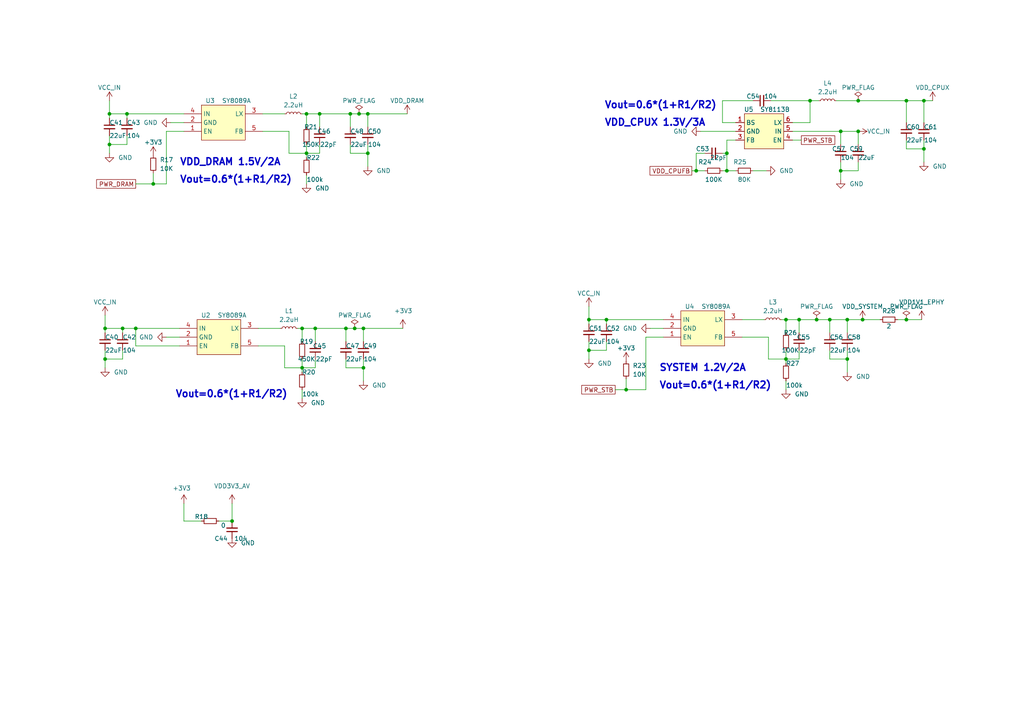
<source format=kicad_sch>
(kicad_sch (version 20211123) (generator eeschema)

  (uuid b1f695b7-a7b2-4cd7-96c1-4d133c21acc4)

  (paper "A4")

  (lib_symbols
    (symbol "Device:C_Small" (pin_numbers hide) (pin_names (offset 0.254) hide) (in_bom yes) (on_board yes)
      (property "Reference" "C" (id 0) (at 0.254 1.778 0)
        (effects (font (size 1.27 1.27)) (justify left))
      )
      (property "Value" "C_Small" (id 1) (at 0.254 -2.032 0)
        (effects (font (size 1.27 1.27)) (justify left))
      )
      (property "Footprint" "" (id 2) (at 0 0 0)
        (effects (font (size 1.27 1.27)) hide)
      )
      (property "Datasheet" "~" (id 3) (at 0 0 0)
        (effects (font (size 1.27 1.27)) hide)
      )
      (property "ki_keywords" "capacitor cap" (id 4) (at 0 0 0)
        (effects (font (size 1.27 1.27)) hide)
      )
      (property "ki_description" "Unpolarized capacitor, small symbol" (id 5) (at 0 0 0)
        (effects (font (size 1.27 1.27)) hide)
      )
      (property "ki_fp_filters" "C_*" (id 6) (at 0 0 0)
        (effects (font (size 1.27 1.27)) hide)
      )
      (symbol "C_Small_0_1"
        (polyline
          (pts
            (xy -1.524 -0.508)
            (xy 1.524 -0.508)
          )
          (stroke (width 0.3302) (type default) (color 0 0 0 0))
          (fill (type none))
        )
        (polyline
          (pts
            (xy -1.524 0.508)
            (xy 1.524 0.508)
          )
          (stroke (width 0.3048) (type default) (color 0 0 0 0))
          (fill (type none))
        )
      )
      (symbol "C_Small_1_1"
        (pin passive line (at 0 2.54 270) (length 2.032)
          (name "~" (effects (font (size 1.27 1.27))))
          (number "1" (effects (font (size 1.27 1.27))))
        )
        (pin passive line (at 0 -2.54 90) (length 2.032)
          (name "~" (effects (font (size 1.27 1.27))))
          (number "2" (effects (font (size 1.27 1.27))))
        )
      )
    )
    (symbol "Device:L_Small" (pin_numbers hide) (pin_names (offset 0.254) hide) (in_bom yes) (on_board yes)
      (property "Reference" "L" (id 0) (at 0.762 1.016 0)
        (effects (font (size 1.27 1.27)) (justify left))
      )
      (property "Value" "L_Small" (id 1) (at 0.762 -1.016 0)
        (effects (font (size 1.27 1.27)) (justify left))
      )
      (property "Footprint" "" (id 2) (at 0 0 0)
        (effects (font (size 1.27 1.27)) hide)
      )
      (property "Datasheet" "~" (id 3) (at 0 0 0)
        (effects (font (size 1.27 1.27)) hide)
      )
      (property "ki_keywords" "inductor choke coil reactor magnetic" (id 4) (at 0 0 0)
        (effects (font (size 1.27 1.27)) hide)
      )
      (property "ki_description" "Inductor, small symbol" (id 5) (at 0 0 0)
        (effects (font (size 1.27 1.27)) hide)
      )
      (property "ki_fp_filters" "Choke_* *Coil* Inductor_* L_*" (id 6) (at 0 0 0)
        (effects (font (size 1.27 1.27)) hide)
      )
      (symbol "L_Small_0_1"
        (arc (start 0 -2.032) (mid 0.508 -1.524) (end 0 -1.016)
          (stroke (width 0) (type default) (color 0 0 0 0))
          (fill (type none))
        )
        (arc (start 0 -1.016) (mid 0.508 -0.508) (end 0 0)
          (stroke (width 0) (type default) (color 0 0 0 0))
          (fill (type none))
        )
        (arc (start 0 0) (mid 0.508 0.508) (end 0 1.016)
          (stroke (width 0) (type default) (color 0 0 0 0))
          (fill (type none))
        )
        (arc (start 0 1.016) (mid 0.508 1.524) (end 0 2.032)
          (stroke (width 0) (type default) (color 0 0 0 0))
          (fill (type none))
        )
      )
      (symbol "L_Small_1_1"
        (pin passive line (at 0 2.54 270) (length 0.508)
          (name "~" (effects (font (size 1.27 1.27))))
          (number "1" (effects (font (size 1.27 1.27))))
        )
        (pin passive line (at 0 -2.54 90) (length 0.508)
          (name "~" (effects (font (size 1.27 1.27))))
          (number "2" (effects (font (size 1.27 1.27))))
        )
      )
    )
    (symbol "Device:R_Small" (pin_numbers hide) (pin_names (offset 0.254) hide) (in_bom yes) (on_board yes)
      (property "Reference" "R" (id 0) (at 0.762 0.508 0)
        (effects (font (size 1.27 1.27)) (justify left))
      )
      (property "Value" "R_Small" (id 1) (at 0.762 -1.016 0)
        (effects (font (size 1.27 1.27)) (justify left))
      )
      (property "Footprint" "" (id 2) (at 0 0 0)
        (effects (font (size 1.27 1.27)) hide)
      )
      (property "Datasheet" "~" (id 3) (at 0 0 0)
        (effects (font (size 1.27 1.27)) hide)
      )
      (property "ki_keywords" "R resistor" (id 4) (at 0 0 0)
        (effects (font (size 1.27 1.27)) hide)
      )
      (property "ki_description" "Resistor, small symbol" (id 5) (at 0 0 0)
        (effects (font (size 1.27 1.27)) hide)
      )
      (property "ki_fp_filters" "R_*" (id 6) (at 0 0 0)
        (effects (font (size 1.27 1.27)) hide)
      )
      (symbol "R_Small_0_1"
        (rectangle (start -0.762 1.778) (end 0.762 -1.778)
          (stroke (width 0.2032) (type default) (color 0 0 0 0))
          (fill (type none))
        )
      )
      (symbol "R_Small_1_1"
        (pin passive line (at 0 2.54 270) (length 0.762)
          (name "~" (effects (font (size 1.27 1.27))))
          (number "1" (effects (font (size 1.27 1.27))))
        )
        (pin passive line (at 0 -2.54 90) (length 0.762)
          (name "~" (effects (font (size 1.27 1.27))))
          (number "2" (effects (font (size 1.27 1.27))))
        )
      )
    )
    (symbol "My_Library:SY8089A" (in_bom yes) (on_board yes)
      (property "Reference" "U" (id 0) (at -6.35 6.35 0)
        (effects (font (size 1.27 1.27)))
      )
      (property "Value" "SY8089A" (id 1) (at 2.54 6.35 0)
        (effects (font (size 1.27 1.27)))
      )
      (property "Footprint" "Package_TO_SOT_SMD:SOT-23-5" (id 2) (at -1.27 10.16 0)
        (effects (font (size 1.27 1.27)) hide)
      )
      (property "Datasheet" "" (id 3) (at -1.27 10.16 0)
        (effects (font (size 1.27 1.27)) hide)
      )
      (property "ki_description" "SOT23-5" (id 4) (at 0 0 0)
        (effects (font (size 1.27 1.27)) hide)
      )
      (symbol "SY8089A_1_0"
        (rectangle (start 6.35 5.08) (end -6.35 -5.08)
          (stroke (width 0) (type default) (color 0 0 0 0))
          (fill (type background))
        )
        (pin passive line (at -11.43 -2.54 0) (length 5.08)
          (name "EN" (effects (font (size 1.27 1.27))))
          (number "1" (effects (font (size 1.27 1.27))))
        )
        (pin passive line (at -11.43 0 0) (length 5.08)
          (name "GND" (effects (font (size 1.27 1.27))))
          (number "2" (effects (font (size 1.27 1.27))))
        )
        (pin passive line (at 11.43 2.54 180) (length 5.08)
          (name "LX" (effects (font (size 1.27 1.27))))
          (number "3" (effects (font (size 1.27 1.27))))
        )
        (pin passive line (at -11.43 2.54 0) (length 5.08)
          (name "IN" (effects (font (size 1.27 1.27))))
          (number "4" (effects (font (size 1.27 1.27))))
        )
        (pin passive line (at 11.43 -2.54 180) (length 5.08)
          (name "FB" (effects (font (size 1.27 1.27))))
          (number "5" (effects (font (size 1.27 1.27))))
        )
      )
    )
    (symbol "My_Library:SY8113B" (in_bom yes) (on_board yes)
      (property "Reference" "U" (id 0) (at -5.08 6.35 0)
        (effects (font (size 1.27 1.27)))
      )
      (property "Value" "SY8113B" (id 1) (at 5.08 6.35 0)
        (effects (font (size 1.27 1.27)))
      )
      (property "Footprint" "Package_TO_SOT_SMD:SOT-23-6" (id 2) (at 0 -7.62 0)
        (effects (font (size 1.27 1.27)) hide)
      )
      (property "Datasheet" "" (id 3) (at -1.27 0 0)
        (effects (font (size 1.27 1.27)) hide)
      )
      (property "ki_description" "SOT-23-6" (id 4) (at 0 0 0)
        (effects (font (size 1.27 1.27)) hide)
      )
      (symbol "SY8113B_0_1"
        (rectangle (start -5.08 5.08) (end 6.35 -5.08)
          (stroke (width 0) (type default) (color 0 0 0 0))
          (fill (type background))
        )
      )
      (symbol "SY8113B_1_1"
        (pin passive line (at -7.62 2.54 0) (length 2.54)
          (name "BS" (effects (font (size 1.27 1.27))))
          (number "1" (effects (font (size 1.27 1.27))))
        )
        (pin passive line (at -7.62 0 0) (length 2.54)
          (name "GND" (effects (font (size 1.27 1.27))))
          (number "2" (effects (font (size 1.27 1.27))))
        )
        (pin passive line (at -7.62 -2.54 0) (length 2.54)
          (name "FB" (effects (font (size 1.27 1.27))))
          (number "3" (effects (font (size 1.27 1.27))))
        )
        (pin passive line (at 8.89 -2.54 180) (length 2.54)
          (name "EN" (effects (font (size 1.27 1.27))))
          (number "4" (effects (font (size 1.27 1.27))))
        )
        (pin passive line (at 8.89 0 180) (length 2.54)
          (name "IN" (effects (font (size 1.27 1.27))))
          (number "5" (effects (font (size 1.27 1.27))))
        )
        (pin passive line (at 8.89 2.54 180) (length 2.54)
          (name "LX" (effects (font (size 1.27 1.27))))
          (number "6" (effects (font (size 1.27 1.27))))
        )
      )
    )
    (symbol "My_Library:VCC_IN" (power) (in_bom yes) (on_board yes)
      (property "Reference" "#PWR?" (id 0) (at 0 -6.35 0)
        (effects (font (size 1.27 1.27)) hide)
      )
      (property "Value" "VCC_IN" (id 1) (at 0 3.81 0)
        (effects (font (size 1.27 1.27)))
      )
      (property "Footprint" "" (id 2) (at 1.27 2.54 0)
        (effects (font (size 1.27 1.27)) hide)
      )
      (property "Datasheet" "" (id 3) (at 1.27 2.54 0)
        (effects (font (size 1.27 1.27)) hide)
      )
      (symbol "VCC_IN_0_1"
        (polyline
          (pts
            (xy 0 0)
            (xy 0 2.54)
          )
          (stroke (width 0) (type default) (color 0 0 0 0))
          (fill (type none))
        )
        (polyline
          (pts
            (xy 0 2.54)
            (xy -0.762 1.27)
          )
          (stroke (width 0) (type default) (color 0 0 0 0))
          (fill (type none))
        )
        (polyline
          (pts
            (xy 0 2.54)
            (xy 0.762 1.27)
          )
          (stroke (width 0) (type default) (color 0 0 0 0))
          (fill (type none))
        )
      )
      (symbol "VCC_IN_1_1"
        (pin power_in line (at 0 0 90) (length 0) hide
          (name "VCC_IN" (effects (font (size 1.27 1.27))))
          (number "1" (effects (font (size 1.27 1.27))))
        )
      )
    )
    (symbol "My_Library:VDD1V1_EPHY" (power) (in_bom yes) (on_board yes)
      (property "Reference" "#PWR?" (id 0) (at 6.35 -1.27 0)
        (effects (font (size 1.27 1.27)) hide)
      )
      (property "Value" "VDD1V1_EPHY" (id 1) (at 0 3.81 0)
        (effects (font (size 1.27 1.27)))
      )
      (property "Footprint" "" (id 2) (at 0 5.08 0)
        (effects (font (size 1.27 1.27)) hide)
      )
      (property "Datasheet" "" (id 3) (at 0 5.08 0)
        (effects (font (size 1.27 1.27)) hide)
      )
      (symbol "VDD1V1_EPHY_0_1"
        (polyline
          (pts
            (xy 0 0)
            (xy 0 2.54)
          )
          (stroke (width 0) (type default) (color 0 0 0 0))
          (fill (type none))
        )
        (polyline
          (pts
            (xy 0 2.54)
            (xy -0.762 1.27)
          )
          (stroke (width 0) (type default) (color 0 0 0 0))
          (fill (type none))
        )
        (polyline
          (pts
            (xy 0 2.54)
            (xy 0.762 1.27)
          )
          (stroke (width 0) (type default) (color 0 0 0 0))
          (fill (type none))
        )
      )
      (symbol "VDD1V1_EPHY_1_1"
        (pin power_in line (at 0 0 90) (length 0) hide
          (name "VDD1V1_EPHY" (effects (font (size 1.27 1.27))))
          (number "1" (effects (font (size 1.27 1.27))))
        )
      )
    )
    (symbol "My_Library:VDD3V3_AV" (power) (in_bom no) (on_board yes)
      (property "Reference" "#PWR?" (id 0) (at 6.35 -1.27 0)
        (effects (font (size 1.27 1.27)) hide)
      )
      (property "Value" "VDD3V3_AV" (id 1) (at 0 3.81 0)
        (effects (font (size 1.27 1.27)))
      )
      (property "Footprint" "" (id 2) (at 0 5.08 0)
        (effects (font (size 1.27 1.27)) hide)
      )
      (property "Datasheet" "" (id 3) (at 0 5.08 0)
        (effects (font (size 1.27 1.27)) hide)
      )
      (symbol "VDD3V3_AV_0_1"
        (polyline
          (pts
            (xy 0 0)
            (xy 0 2.54)
          )
          (stroke (width 0) (type default) (color 0 0 0 0))
          (fill (type none))
        )
        (polyline
          (pts
            (xy 0 2.54)
            (xy -0.762 1.27)
          )
          (stroke (width 0) (type default) (color 0 0 0 0))
          (fill (type none))
        )
        (polyline
          (pts
            (xy 0 2.54)
            (xy 0.762 1.27)
          )
          (stroke (width 0) (type default) (color 0 0 0 0))
          (fill (type none))
        )
      )
      (symbol "VDD3V3_AV_1_1"
        (pin power_in line (at 0 0 90) (length 0) hide
          (name "VDD3V3_AV" (effects (font (size 1.27 1.27))))
          (number "1" (effects (font (size 1.27 1.27))))
        )
      )
    )
    (symbol "My_Library:VDD_CPUX" (power) (in_bom yes) (on_board yes)
      (property "Reference" "#PWR?" (id 0) (at 5.08 -1.27 0)
        (effects (font (size 1.27 1.27)) hide)
      )
      (property "Value" "VDD_CPUX" (id 1) (at 0 3.81 0)
        (effects (font (size 1.27 1.27)))
      )
      (property "Footprint" "" (id 2) (at 0 1.27 0)
        (effects (font (size 1.27 1.27)) hide)
      )
      (property "Datasheet" "" (id 3) (at 0 1.27 0)
        (effects (font (size 1.27 1.27)) hide)
      )
      (symbol "VDD_CPUX_0_1"
        (polyline
          (pts
            (xy 0 0)
            (xy 0 2.54)
          )
          (stroke (width 0) (type default) (color 0 0 0 0))
          (fill (type none))
        )
        (polyline
          (pts
            (xy 0 2.54)
            (xy -0.762 1.27)
          )
          (stroke (width 0) (type default) (color 0 0 0 0))
          (fill (type none))
        )
        (polyline
          (pts
            (xy 0 2.54)
            (xy 0.762 1.27)
          )
          (stroke (width 0) (type default) (color 0 0 0 0))
          (fill (type none))
        )
      )
      (symbol "VDD_CPUX_1_1"
        (pin power_in line (at 0 0 90) (length 0) hide
          (name "VDD_CPUX" (effects (font (size 1.27 1.27))))
          (number "1" (effects (font (size 1.27 1.27))))
        )
      )
    )
    (symbol "My_Library:VDD_DRAM" (power) (in_bom yes) (on_board yes)
      (property "Reference" "#PWR?" (id 0) (at 3.81 -1.27 0)
        (effects (font (size 1.27 1.27)) hide)
      )
      (property "Value" "VDD_DRAM" (id 1) (at 0 3.81 0)
        (effects (font (size 1.27 1.27)))
      )
      (property "Footprint" "" (id 2) (at 0 1.27 0)
        (effects (font (size 1.27 1.27)) hide)
      )
      (property "Datasheet" "" (id 3) (at 0 1.27 0)
        (effects (font (size 1.27 1.27)) hide)
      )
      (symbol "VDD_DRAM_0_1"
        (polyline
          (pts
            (xy 0 0)
            (xy 0 2.54)
          )
          (stroke (width 0) (type default) (color 0 0 0 0))
          (fill (type none))
        )
        (polyline
          (pts
            (xy 0 2.54)
            (xy -0.762 1.27)
          )
          (stroke (width 0) (type default) (color 0 0 0 0))
          (fill (type none))
        )
        (polyline
          (pts
            (xy 0 2.54)
            (xy 0.762 1.27)
          )
          (stroke (width 0) (type default) (color 0 0 0 0))
          (fill (type none))
        )
      )
      (symbol "VDD_DRAM_1_1"
        (pin power_in line (at 0 0 90) (length 0) hide
          (name "VDD_DRAM" (effects (font (size 1.27 1.27))))
          (number "1" (effects (font (size 1.27 1.27))))
        )
      )
    )
    (symbol "My_Library:VDD_SYSTEM" (power) (in_bom yes) (on_board yes)
      (property "Reference" "#PWR?" (id 0) (at 6.35 -1.27 0)
        (effects (font (size 1.27 1.27)) hide)
      )
      (property "Value" "VDD_SYSTEM" (id 1) (at 0 3.81 0)
        (effects (font (size 1.27 1.27)))
      )
      (property "Footprint" "" (id 2) (at 0 5.08 0)
        (effects (font (size 1.27 1.27)) hide)
      )
      (property "Datasheet" "" (id 3) (at 0 5.08 0)
        (effects (font (size 1.27 1.27)) hide)
      )
      (symbol "VDD_SYSTEM_0_1"
        (polyline
          (pts
            (xy 0 0)
            (xy 0 2.54)
          )
          (stroke (width 0) (type default) (color 0 0 0 0))
          (fill (type none))
        )
        (polyline
          (pts
            (xy 0 2.54)
            (xy -0.762 1.27)
          )
          (stroke (width 0) (type default) (color 0 0 0 0))
          (fill (type none))
        )
        (polyline
          (pts
            (xy 0 2.54)
            (xy 0.762 1.27)
          )
          (stroke (width 0) (type default) (color 0 0 0 0))
          (fill (type none))
        )
      )
      (symbol "VDD_SYSTEM_1_1"
        (pin power_in line (at 0 0 90) (length 0) hide
          (name "VDD_SYSTEM" (effects (font (size 1.27 1.27))))
          (number "1" (effects (font (size 1.27 1.27))))
        )
      )
    )
    (symbol "power:+3V3" (power) (pin_names (offset 0)) (in_bom yes) (on_board yes)
      (property "Reference" "#PWR" (id 0) (at 0 -3.81 0)
        (effects (font (size 1.27 1.27)) hide)
      )
      (property "Value" "+3V3" (id 1) (at 0 3.556 0)
        (effects (font (size 1.27 1.27)))
      )
      (property "Footprint" "" (id 2) (at 0 0 0)
        (effects (font (size 1.27 1.27)) hide)
      )
      (property "Datasheet" "" (id 3) (at 0 0 0)
        (effects (font (size 1.27 1.27)) hide)
      )
      (property "ki_keywords" "power-flag" (id 4) (at 0 0 0)
        (effects (font (size 1.27 1.27)) hide)
      )
      (property "ki_description" "Power symbol creates a global label with name \"+3V3\"" (id 5) (at 0 0 0)
        (effects (font (size 1.27 1.27)) hide)
      )
      (symbol "+3V3_0_1"
        (polyline
          (pts
            (xy -0.762 1.27)
            (xy 0 2.54)
          )
          (stroke (width 0) (type default) (color 0 0 0 0))
          (fill (type none))
        )
        (polyline
          (pts
            (xy 0 0)
            (xy 0 2.54)
          )
          (stroke (width 0) (type default) (color 0 0 0 0))
          (fill (type none))
        )
        (polyline
          (pts
            (xy 0 2.54)
            (xy 0.762 1.27)
          )
          (stroke (width 0) (type default) (color 0 0 0 0))
          (fill (type none))
        )
      )
      (symbol "+3V3_1_1"
        (pin power_in line (at 0 0 90) (length 0) hide
          (name "+3V3" (effects (font (size 1.27 1.27))))
          (number "1" (effects (font (size 1.27 1.27))))
        )
      )
    )
    (symbol "power:GND" (power) (pin_names (offset 0)) (in_bom yes) (on_board yes)
      (property "Reference" "#PWR" (id 0) (at 0 -6.35 0)
        (effects (font (size 1.27 1.27)) hide)
      )
      (property "Value" "GND" (id 1) (at 0 -3.81 0)
        (effects (font (size 1.27 1.27)))
      )
      (property "Footprint" "" (id 2) (at 0 0 0)
        (effects (font (size 1.27 1.27)) hide)
      )
      (property "Datasheet" "" (id 3) (at 0 0 0)
        (effects (font (size 1.27 1.27)) hide)
      )
      (property "ki_keywords" "power-flag" (id 4) (at 0 0 0)
        (effects (font (size 1.27 1.27)) hide)
      )
      (property "ki_description" "Power symbol creates a global label with name \"GND\" , ground" (id 5) (at 0 0 0)
        (effects (font (size 1.27 1.27)) hide)
      )
      (symbol "GND_0_1"
        (polyline
          (pts
            (xy 0 0)
            (xy 0 -1.27)
            (xy 1.27 -1.27)
            (xy 0 -2.54)
            (xy -1.27 -1.27)
            (xy 0 -1.27)
          )
          (stroke (width 0) (type default) (color 0 0 0 0))
          (fill (type none))
        )
      )
      (symbol "GND_1_1"
        (pin power_in line (at 0 0 270) (length 0) hide
          (name "GND" (effects (font (size 1.27 1.27))))
          (number "1" (effects (font (size 1.27 1.27))))
        )
      )
    )
    (symbol "power:PWR_FLAG" (power) (pin_numbers hide) (pin_names (offset 0) hide) (in_bom yes) (on_board yes)
      (property "Reference" "#FLG" (id 0) (at 0 1.905 0)
        (effects (font (size 1.27 1.27)) hide)
      )
      (property "Value" "PWR_FLAG" (id 1) (at 0 3.81 0)
        (effects (font (size 1.27 1.27)))
      )
      (property "Footprint" "" (id 2) (at 0 0 0)
        (effects (font (size 1.27 1.27)) hide)
      )
      (property "Datasheet" "~" (id 3) (at 0 0 0)
        (effects (font (size 1.27 1.27)) hide)
      )
      (property "ki_keywords" "power-flag" (id 4) (at 0 0 0)
        (effects (font (size 1.27 1.27)) hide)
      )
      (property "ki_description" "Special symbol for telling ERC where power comes from" (id 5) (at 0 0 0)
        (effects (font (size 1.27 1.27)) hide)
      )
      (symbol "PWR_FLAG_0_0"
        (pin power_out line (at 0 0 90) (length 0)
          (name "pwr" (effects (font (size 1.27 1.27))))
          (number "1" (effects (font (size 1.27 1.27))))
        )
      )
      (symbol "PWR_FLAG_0_1"
        (polyline
          (pts
            (xy 0 0)
            (xy 0 1.27)
            (xy -1.016 1.905)
            (xy 0 2.54)
            (xy 1.016 1.905)
            (xy 0 1.27)
          )
          (stroke (width 0) (type default) (color 0 0 0 0))
          (fill (type none))
        )
      )
    )
  )

  (junction (at 31.75 33.02) (diameter 0) (color 0 0 0 0)
    (uuid 01d7539e-9d11-4281-aa2f-258cae1242a6)
  )
  (junction (at 31.75 41.91) (diameter 0) (color 0 0 0 0)
    (uuid 0261b2e7-70cc-45f7-bc7e-d75fd78ed889)
  )
  (junction (at 88.9 33.02) (diameter 0) (color 0 0 0 0)
    (uuid 0ad176f8-73ba-4e03-960d-cc1f11c8eae1)
  )
  (junction (at 248.92 38.1) (diameter 0) (color 0 0 0 0)
    (uuid 1076d287-e1eb-47e7-ad40-9eb516b77c7e)
  )
  (junction (at 35.56 95.25) (diameter 0) (color 0 0 0 0)
    (uuid 131d098f-ac87-4a61-874e-f7579dec04ca)
  )
  (junction (at 30.48 95.25) (diameter 0) (color 0 0 0 0)
    (uuid 14f3f5f4-a64f-4782-a254-73d5a6548bb1)
  )
  (junction (at 227.965 104.14) (diameter 0) (color 0 0 0 0)
    (uuid 1f643731-5449-4c2a-85cf-45c208918382)
  )
  (junction (at 106.68 44.45) (diameter 0) (color 0 0 0 0)
    (uuid 23c9ef2e-bc19-41b0-ac1b-74fa9a1504b3)
  )
  (junction (at 30.48 104.14) (diameter 0) (color 0 0 0 0)
    (uuid 27f98ae5-27b7-4d37-873b-4fefbbbdd561)
  )
  (junction (at 201.93 49.53) (diameter 0) (color 0 0 0 0)
    (uuid 2babdc56-2294-4a50-937c-01813ada917e)
  )
  (junction (at 105.41 106.68) (diameter 0) (color 0 0 0 0)
    (uuid 2f7f364c-1882-444d-b084-2039b1ddfcf4)
  )
  (junction (at 210.82 44.45) (diameter 0) (color 0 0 0 0)
    (uuid 3ca6b50e-0cf2-41ff-a738-380d0535cae7)
  )
  (junction (at 91.44 95.25) (diameter 0) (color 0 0 0 0)
    (uuid 3cee5346-b898-40d3-b34c-2eab76bb553b)
  )
  (junction (at 210.82 49.53) (diameter 0) (color 0 0 0 0)
    (uuid 415e7c6e-2d80-4e19-8e93-19cd7187d4e3)
  )
  (junction (at 170.815 92.71) (diameter 0) (color 0 0 0 0)
    (uuid 44b8f19b-fe71-467e-abd0-bc71fcc57c7a)
  )
  (junction (at 243.84 49.53) (diameter 0) (color 0 0 0 0)
    (uuid 4af62900-281a-414f-b52a-fa86e9e4c443)
  )
  (junction (at 227.965 92.71) (diameter 0) (color 0 0 0 0)
    (uuid 4f40dff6-1f31-40ff-b813-a0aab40fdb32)
  )
  (junction (at 243.84 38.1) (diameter 0) (color 0 0 0 0)
    (uuid 55d76ef9-27bc-4ebe-a7d0-853064026dd4)
  )
  (junction (at 106.68 33.02) (diameter 0) (color 0 0 0 0)
    (uuid 6dccaf1c-9fae-4989-a838-7e6aa177d673)
  )
  (junction (at 100.33 95.25) (diameter 0) (color 0 0 0 0)
    (uuid 758fe9f4-d872-4238-b084-515d6223e7d2)
  )
  (junction (at 170.815 101.6) (diameter 0) (color 0 0 0 0)
    (uuid 7cd84c5f-38b5-495d-9d87-fa1c82d6b2bf)
  )
  (junction (at 231.775 92.71) (diameter 0) (color 0 0 0 0)
    (uuid 7d3f0185-1ca4-4bfd-9a7a-7eb96ff31031)
  )
  (junction (at 267.97 43.18) (diameter 0) (color 0 0 0 0)
    (uuid 7d5f42de-ff21-437e-a9e5-3bac8cfda0c1)
  )
  (junction (at 87.63 106.68) (diameter 0) (color 0 0 0 0)
    (uuid 8be950e8-907e-464e-9b2b-00ab59755627)
  )
  (junction (at 36.83 33.02) (diameter 0) (color 0 0 0 0)
    (uuid 8d4f5746-a987-426a-9bf7-e1b07062f6fb)
  )
  (junction (at 87.63 95.25) (diameter 0) (color 0 0 0 0)
    (uuid 8da82e18-b796-49e4-8aa3-b09cafd86b5a)
  )
  (junction (at 267.97 29.21) (diameter 0) (color 0 0 0 0)
    (uuid 9689e8bc-9933-4a21-b302-8e201741cd75)
  )
  (junction (at 175.895 92.71) (diameter 0) (color 0 0 0 0)
    (uuid a41ab4f8-471c-479a-868b-50c9c18ae8e0)
  )
  (junction (at 88.9 44.45) (diameter 0) (color 0 0 0 0)
    (uuid a5122e16-4e7e-4dde-a1cb-094a6f769b04)
  )
  (junction (at 236.855 92.71) (diameter 0) (color 0 0 0 0)
    (uuid a993ca2d-07ab-47a8-b2ba-1a1c69698c7d)
  )
  (junction (at 262.89 29.21) (diameter 0) (color 0 0 0 0)
    (uuid aac6bc99-7687-4d6b-818a-c9e9e4ee2f62)
  )
  (junction (at 181.61 113.03) (diameter 0) (color 0 0 0 0)
    (uuid ac928fb2-0ce9-4e34-8e2d-402b47a0d641)
  )
  (junction (at 67.31 151.13) (diameter 0) (color 0 0 0 0)
    (uuid b167067a-8dc2-4dc7-a947-d63a844d9c52)
  )
  (junction (at 250.19 92.71) (diameter 0) (color 0 0 0 0)
    (uuid ba51139c-0c14-4520-b3c5-4cd60fc7a73f)
  )
  (junction (at 240.665 92.71) (diameter 0) (color 0 0 0 0)
    (uuid c4f09b54-5ec8-44ef-a446-1b0e6572db1b)
  )
  (junction (at 102.87 95.25) (diameter 0) (color 0 0 0 0)
    (uuid c996a4bf-5147-44c8-b74f-d89f5c174907)
  )
  (junction (at 262.89 92.71) (diameter 0) (color 0 0 0 0)
    (uuid caba8113-2747-4d41-9b55-cc3495090e9a)
  )
  (junction (at 92.71 33.02) (diameter 0) (color 0 0 0 0)
    (uuid cdca8e3b-5307-4fa2-bd62-f6a92f489891)
  )
  (junction (at 104.14 33.02) (diameter 0) (color 0 0 0 0)
    (uuid d03422ce-5a22-4e77-9c95-7b4f82844fbb)
  )
  (junction (at 39.37 95.25) (diameter 0) (color 0 0 0 0)
    (uuid d1a89571-ebaa-4840-ba21-75bd6e77b7ed)
  )
  (junction (at 245.745 92.71) (diameter 0) (color 0 0 0 0)
    (uuid d4314823-092e-4dda-9b5c-162370dc81a0)
  )
  (junction (at 245.745 104.14) (diameter 0) (color 0 0 0 0)
    (uuid d5d7b105-7ec7-4791-8de1-4cdd4a0f2626)
  )
  (junction (at 105.41 95.25) (diameter 0) (color 0 0 0 0)
    (uuid da9f1799-0b4b-4b2b-9627-5740a0f37653)
  )
  (junction (at 248.92 29.21) (diameter 0) (color 0 0 0 0)
    (uuid de28e8ca-da94-4b17-90a6-6fd14251e824)
  )
  (junction (at 101.6 33.02) (diameter 0) (color 0 0 0 0)
    (uuid e58e53bf-77db-48ce-b118-e333c8145638)
  )
  (junction (at 234.95 29.21) (diameter 0) (color 0 0 0 0)
    (uuid eae52e7b-94ed-4d4b-8c23-d696ad8c5822)
  )
  (junction (at 44.45 53.34) (diameter 0) (color 0 0 0 0)
    (uuid f51cb6f2-cf82-4b6e-975d-ba88c1d484bd)
  )

  (wire (pts (xy 86.36 95.25) (xy 87.63 95.25))
    (stroke (width 0) (type default) (color 0 0 0 0))
    (uuid 00d9e313-42b4-4eeb-867c-994f75a819bd)
  )
  (wire (pts (xy 53.34 151.13) (xy 53.34 146.05))
    (stroke (width 0) (type default) (color 0 0 0 0))
    (uuid 026950ce-4bad-408a-8f20-2179b7cdc796)
  )
  (wire (pts (xy 262.89 43.18) (xy 267.97 43.18))
    (stroke (width 0) (type default) (color 0 0 0 0))
    (uuid 04176ec3-dfd9-4649-85a8-9e461130ed2e)
  )
  (wire (pts (xy 76.2 33.02) (xy 82.55 33.02))
    (stroke (width 0) (type default) (color 0 0 0 0))
    (uuid 0445cd48-d6a6-48d8-b57f-5416cca33a48)
  )
  (wire (pts (xy 39.37 100.33) (xy 39.37 95.25))
    (stroke (width 0) (type default) (color 0 0 0 0))
    (uuid 0475a6d3-f32c-4723-9632-1d7b541345c8)
  )
  (wire (pts (xy 106.68 48.26) (xy 106.68 44.45))
    (stroke (width 0) (type default) (color 0 0 0 0))
    (uuid 04aacb8d-099f-4092-b0bd-ffbd00ba007a)
  )
  (wire (pts (xy 262.89 40.64) (xy 262.89 43.18))
    (stroke (width 0) (type default) (color 0 0 0 0))
    (uuid 063ce19d-e587-420e-9b2f-4bdde0115ea0)
  )
  (wire (pts (xy 240.665 101.6) (xy 240.665 104.14))
    (stroke (width 0) (type default) (color 0 0 0 0))
    (uuid 076d32f6-7d22-4c5d-9cf3-9091c4e14ad6)
  )
  (wire (pts (xy 262.89 29.21) (xy 267.97 29.21))
    (stroke (width 0) (type default) (color 0 0 0 0))
    (uuid 0968f81c-02eb-4b46-a786-f8bcf482f605)
  )
  (wire (pts (xy 36.83 34.29) (xy 36.83 33.02))
    (stroke (width 0) (type default) (color 0 0 0 0))
    (uuid 09f79a81-3538-41d0-9aa9-25d4b8be6d3e)
  )
  (wire (pts (xy 210.82 49.53) (xy 213.36 49.53))
    (stroke (width 0) (type default) (color 0 0 0 0))
    (uuid 0acfa390-8313-412e-a894-ef14851266d5)
  )
  (wire (pts (xy 100.33 106.68) (xy 105.41 106.68))
    (stroke (width 0) (type default) (color 0 0 0 0))
    (uuid 0af7c701-f113-470f-a0ef-c3040c6888bc)
  )
  (wire (pts (xy 262.89 92.71) (xy 267.335 92.71))
    (stroke (width 0) (type default) (color 0 0 0 0))
    (uuid 0c157b47-4fa7-4d6e-a764-1512fd6a2b14)
  )
  (wire (pts (xy 87.63 95.25) (xy 87.63 99.06))
    (stroke (width 0) (type default) (color 0 0 0 0))
    (uuid 0d504230-c652-4b4a-94f9-90bd413d99e0)
  )
  (wire (pts (xy 243.84 38.1) (xy 243.84 41.91))
    (stroke (width 0) (type default) (color 0 0 0 0))
    (uuid 0db9bd4a-180a-42f0-be30-3ae360f7b30b)
  )
  (wire (pts (xy 245.745 107.95) (xy 245.745 104.14))
    (stroke (width 0) (type default) (color 0 0 0 0))
    (uuid 0f5da7f8-5525-4cea-a78d-8bef02cdcc76)
  )
  (wire (pts (xy 227.965 104.14) (xy 227.965 105.41))
    (stroke (width 0) (type default) (color 0 0 0 0))
    (uuid 125964cb-f8de-40d3-bd19-c448a9a634b5)
  )
  (wire (pts (xy 67.31 151.13) (xy 63.5 151.13))
    (stroke (width 0) (type default) (color 0 0 0 0))
    (uuid 137fb5e4-aec4-4150-8ee2-703ab5aa80c9)
  )
  (wire (pts (xy 87.63 106.68) (xy 87.63 107.95))
    (stroke (width 0) (type default) (color 0 0 0 0))
    (uuid 190adac4-eccc-49af-bbb0-0bf00173686f)
  )
  (wire (pts (xy 210.82 44.45) (xy 210.82 49.53))
    (stroke (width 0) (type default) (color 0 0 0 0))
    (uuid 1b831bb2-1e8c-41f3-a758-d83c2e82bf75)
  )
  (wire (pts (xy 240.665 92.71) (xy 240.665 96.52))
    (stroke (width 0) (type default) (color 0 0 0 0))
    (uuid 1b889daf-1685-43e1-b1ec-97f160d344ef)
  )
  (wire (pts (xy 175.895 92.71) (xy 192.405 92.71))
    (stroke (width 0) (type default) (color 0 0 0 0))
    (uuid 1bc91c18-7490-4046-8b3a-a2a78217b457)
  )
  (wire (pts (xy 215.265 92.71) (xy 221.615 92.71))
    (stroke (width 0) (type default) (color 0 0 0 0))
    (uuid 1cc12a70-39a0-47c6-8624-207f50e85b35)
  )
  (wire (pts (xy 210.82 40.64) (xy 210.82 44.45))
    (stroke (width 0) (type default) (color 0 0 0 0))
    (uuid 1d6b125e-37c6-42b2-9cd6-9346b23dcb95)
  )
  (wire (pts (xy 31.75 41.91) (xy 36.83 41.91))
    (stroke (width 0) (type default) (color 0 0 0 0))
    (uuid 1ecc298f-f876-4b38-96b0-75d860a779d3)
  )
  (wire (pts (xy 100.33 95.25) (xy 102.87 95.25))
    (stroke (width 0) (type default) (color 0 0 0 0))
    (uuid 20e5aae3-a083-45a0-80ac-aeae3b457ec1)
  )
  (wire (pts (xy 175.895 93.98) (xy 175.895 92.71))
    (stroke (width 0) (type default) (color 0 0 0 0))
    (uuid 2327a783-f8e0-4b02-a0c6-99987486a61e)
  )
  (wire (pts (xy 39.37 100.33) (xy 52.07 100.33))
    (stroke (width 0) (type default) (color 0 0 0 0))
    (uuid 245bfe86-51e5-4702-88a3-74b8d558f8dc)
  )
  (wire (pts (xy 201.93 49.53) (xy 204.47 49.53))
    (stroke (width 0) (type default) (color 0 0 0 0))
    (uuid 25f8db7e-9eef-4223-ba00-9f8c539ccde4)
  )
  (wire (pts (xy 30.48 104.14) (xy 35.56 104.14))
    (stroke (width 0) (type default) (color 0 0 0 0))
    (uuid 27aab83d-c756-497c-b946-d6d70a73aab8)
  )
  (wire (pts (xy 201.93 44.45) (xy 201.93 49.53))
    (stroke (width 0) (type default) (color 0 0 0 0))
    (uuid 289ea5aa-3650-4a8e-8659-eb4635fb7ce4)
  )
  (wire (pts (xy 170.815 104.14) (xy 170.815 101.6))
    (stroke (width 0) (type default) (color 0 0 0 0))
    (uuid 290cd55a-3b4c-44a0-8a84-65d82aaddc72)
  )
  (wire (pts (xy 82.55 106.68) (xy 82.55 100.33))
    (stroke (width 0) (type default) (color 0 0 0 0))
    (uuid 2a112b4f-9d6d-461a-bb2f-059eff5c5282)
  )
  (wire (pts (xy 30.48 106.68) (xy 30.48 104.14))
    (stroke (width 0) (type default) (color 0 0 0 0))
    (uuid 2baf135c-d812-402b-b17a-27e9a2889890)
  )
  (wire (pts (xy 87.63 106.68) (xy 82.55 106.68))
    (stroke (width 0) (type default) (color 0 0 0 0))
    (uuid 2ccede2a-0531-45f6-89b7-590a27d80906)
  )
  (wire (pts (xy 91.44 95.25) (xy 91.44 99.06))
    (stroke (width 0) (type default) (color 0 0 0 0))
    (uuid 2d024f9e-6711-4b53-94ee-c0cdc40aa046)
  )
  (wire (pts (xy 240.665 92.71) (xy 245.745 92.71))
    (stroke (width 0) (type default) (color 0 0 0 0))
    (uuid 2d467b25-52f7-424b-90f8-18a77b888c69)
  )
  (wire (pts (xy 267.97 29.21) (xy 267.97 35.56))
    (stroke (width 0) (type default) (color 0 0 0 0))
    (uuid 321202ef-ebf9-4906-8cef-7ea86a054124)
  )
  (wire (pts (xy 91.44 95.25) (xy 100.33 95.25))
    (stroke (width 0) (type default) (color 0 0 0 0))
    (uuid 3479edf0-604e-4674-beb4-0d43a6eeb800)
  )
  (wire (pts (xy 91.44 106.68) (xy 87.63 106.68))
    (stroke (width 0) (type default) (color 0 0 0 0))
    (uuid 36ac7dff-60d4-4cdd-a8c1-e32187a8aba8)
  )
  (wire (pts (xy 170.815 93.98) (xy 170.815 92.71))
    (stroke (width 0) (type default) (color 0 0 0 0))
    (uuid 36ebeab8-0ee6-494a-92d1-2758f432d25c)
  )
  (wire (pts (xy 209.55 35.56) (xy 209.55 29.21))
    (stroke (width 0) (type default) (color 0 0 0 0))
    (uuid 38dab99d-2310-456e-b2a2-704a7e80af06)
  )
  (wire (pts (xy 204.47 44.45) (xy 201.93 44.45))
    (stroke (width 0) (type default) (color 0 0 0 0))
    (uuid 3a40e60d-ba42-4e32-bd59-a9d167735b1a)
  )
  (wire (pts (xy 248.92 29.21) (xy 262.89 29.21))
    (stroke (width 0) (type default) (color 0 0 0 0))
    (uuid 3af6eddb-2865-4943-9eca-c1aaa25058ec)
  )
  (wire (pts (xy 101.6 41.91) (xy 101.6 44.45))
    (stroke (width 0) (type default) (color 0 0 0 0))
    (uuid 3b73c7ee-0512-4304-8d59-8b915660db6f)
  )
  (wire (pts (xy 245.745 92.71) (xy 245.745 96.52))
    (stroke (width 0) (type default) (color 0 0 0 0))
    (uuid 3c7aec63-f5ec-4c8e-bf97-1dcd865a8f78)
  )
  (wire (pts (xy 100.33 104.14) (xy 100.33 106.68))
    (stroke (width 0) (type default) (color 0 0 0 0))
    (uuid 3d44e154-0d9b-4ec5-80cc-ea4798f6e887)
  )
  (wire (pts (xy 87.63 104.14) (xy 87.63 106.68))
    (stroke (width 0) (type default) (color 0 0 0 0))
    (uuid 4255b939-18b2-4d50-9b7a-55e78ead8de0)
  )
  (wire (pts (xy 231.775 104.14) (xy 227.965 104.14))
    (stroke (width 0) (type default) (color 0 0 0 0))
    (uuid 43d3f324-9ac3-4a38-8563-0e8d3a088937)
  )
  (wire (pts (xy 88.9 41.91) (xy 88.9 44.45))
    (stroke (width 0) (type default) (color 0 0 0 0))
    (uuid 46d3f087-f711-4080-a1a0-1917cc353272)
  )
  (wire (pts (xy 49.53 35.56) (xy 53.34 35.56))
    (stroke (width 0) (type default) (color 0 0 0 0))
    (uuid 48bdf124-7e7d-445c-bd2e-5e58e100c103)
  )
  (wire (pts (xy 87.63 115.57) (xy 87.63 113.03))
    (stroke (width 0) (type default) (color 0 0 0 0))
    (uuid 49ffb13c-0aee-4a96-92c4-a3585417cb1b)
  )
  (wire (pts (xy 231.775 92.71) (xy 231.775 96.52))
    (stroke (width 0) (type default) (color 0 0 0 0))
    (uuid 4b2d1c3a-54db-434f-b568-541149cf9ee6)
  )
  (wire (pts (xy 106.68 33.02) (xy 118.11 33.02))
    (stroke (width 0) (type default) (color 0 0 0 0))
    (uuid 4d786ca1-2033-455c-8ca9-91bc43c358e7)
  )
  (wire (pts (xy 227.965 92.71) (xy 227.965 96.52))
    (stroke (width 0) (type default) (color 0 0 0 0))
    (uuid 4e60c3b9-7c0b-479b-9997-fe58db81d197)
  )
  (wire (pts (xy 227.965 104.14) (xy 222.885 104.14))
    (stroke (width 0) (type default) (color 0 0 0 0))
    (uuid 50c961c2-fb4f-405c-a220-bf5cb5a32ecf)
  )
  (wire (pts (xy 105.41 95.25) (xy 105.41 99.06))
    (stroke (width 0) (type default) (color 0 0 0 0))
    (uuid 5179578a-733b-4d7b-bec4-d76478ee8670)
  )
  (wire (pts (xy 229.87 40.64) (xy 232.41 40.64))
    (stroke (width 0) (type default) (color 0 0 0 0))
    (uuid 53b97ebf-5857-402d-b91b-7d0711cd4984)
  )
  (wire (pts (xy 92.71 41.91) (xy 92.71 44.45))
    (stroke (width 0) (type default) (color 0 0 0 0))
    (uuid 53e3c19f-8b77-4727-9a71-c933d5256084)
  )
  (wire (pts (xy 101.6 44.45) (xy 106.68 44.45))
    (stroke (width 0) (type default) (color 0 0 0 0))
    (uuid 5434259e-d264-462d-8565-7f9d046ac81a)
  )
  (wire (pts (xy 102.87 95.25) (xy 105.41 95.25))
    (stroke (width 0) (type default) (color 0 0 0 0))
    (uuid 56e91ac5-b034-4797-84ae-9ba8dea4ba5e)
  )
  (wire (pts (xy 105.41 104.14) (xy 105.41 106.68))
    (stroke (width 0) (type default) (color 0 0 0 0))
    (uuid 5b34b41b-aa27-4273-9fd5-138858519af2)
  )
  (wire (pts (xy 213.36 35.56) (xy 209.55 35.56))
    (stroke (width 0) (type default) (color 0 0 0 0))
    (uuid 5c702ec6-b6ac-4937-8424-1b441ba2757e)
  )
  (wire (pts (xy 44.45 50.165) (xy 44.45 53.34))
    (stroke (width 0) (type default) (color 0 0 0 0))
    (uuid 5cb6cbc2-d65b-4995-8c4d-1f736c12597a)
  )
  (wire (pts (xy 248.92 49.53) (xy 243.84 49.53))
    (stroke (width 0) (type default) (color 0 0 0 0))
    (uuid 5d21fe90-7731-4e92-8da4-8c5cd76d7b26)
  )
  (wire (pts (xy 234.95 29.21) (xy 237.49 29.21))
    (stroke (width 0) (type default) (color 0 0 0 0))
    (uuid 5fe42175-d528-421c-82c5-adcc9a7c90c7)
  )
  (wire (pts (xy 234.95 29.21) (xy 234.95 35.56))
    (stroke (width 0) (type default) (color 0 0 0 0))
    (uuid 6333448b-1d21-47f3-8118-10d9a1d4f227)
  )
  (wire (pts (xy 92.71 33.02) (xy 101.6 33.02))
    (stroke (width 0) (type default) (color 0 0 0 0))
    (uuid 63c281ce-8849-44e5-b6fd-a997d796e9bd)
  )
  (wire (pts (xy 88.9 44.45) (xy 88.9 45.72))
    (stroke (width 0) (type default) (color 0 0 0 0))
    (uuid 6895606c-b5e9-4888-b7cb-4194c1eaba79)
  )
  (wire (pts (xy 170.815 88.9) (xy 170.815 92.71))
    (stroke (width 0) (type default) (color 0 0 0 0))
    (uuid 6a8e881a-a6dc-4c14-9dd7-f446232800aa)
  )
  (wire (pts (xy 106.68 41.91) (xy 106.68 44.45))
    (stroke (width 0) (type default) (color 0 0 0 0))
    (uuid 6acfaf0e-878e-4050-a463-662568a99848)
  )
  (wire (pts (xy 35.56 96.52) (xy 35.56 95.25))
    (stroke (width 0) (type default) (color 0 0 0 0))
    (uuid 6afc8abd-a614-454d-a21b-cca3335bb2d6)
  )
  (wire (pts (xy 31.75 34.29) (xy 31.75 33.02))
    (stroke (width 0) (type default) (color 0 0 0 0))
    (uuid 6b3a253a-ad85-4585-92fb-7947cec02730)
  )
  (wire (pts (xy 101.6 33.02) (xy 101.6 36.83))
    (stroke (width 0) (type default) (color 0 0 0 0))
    (uuid 6b4b043f-0353-48b8-b9b2-d32bd84990de)
  )
  (wire (pts (xy 88.9 33.02) (xy 88.9 36.83))
    (stroke (width 0) (type default) (color 0 0 0 0))
    (uuid 6c388c51-38c4-4904-be08-560d87b04f33)
  )
  (wire (pts (xy 234.95 35.56) (xy 229.87 35.56))
    (stroke (width 0) (type default) (color 0 0 0 0))
    (uuid 6c89c753-dc49-4466-a4fe-1b5b1a2b9ad3)
  )
  (wire (pts (xy 181.61 113.03) (xy 187.325 113.03))
    (stroke (width 0) (type default) (color 0 0 0 0))
    (uuid 6db353c8-ae39-4b79-955a-3904d10f4c31)
  )
  (wire (pts (xy 36.83 39.37) (xy 36.83 41.91))
    (stroke (width 0) (type default) (color 0 0 0 0))
    (uuid 6f1283df-84f6-4e53-a4c7-46fbb6f3998c)
  )
  (wire (pts (xy 210.82 40.64) (xy 213.36 40.64))
    (stroke (width 0) (type default) (color 0 0 0 0))
    (uuid 713480d2-2718-42ea-aaaf-f6119f311492)
  )
  (wire (pts (xy 267.97 40.64) (xy 267.97 43.18))
    (stroke (width 0) (type default) (color 0 0 0 0))
    (uuid 71dfeba8-b9ad-47a5-b357-bb4a9227854a)
  )
  (wire (pts (xy 229.87 38.1) (xy 243.84 38.1))
    (stroke (width 0) (type default) (color 0 0 0 0))
    (uuid 741e4e54-b0c3-456a-b99f-8af8d80100a7)
  )
  (wire (pts (xy 242.57 29.21) (xy 248.92 29.21))
    (stroke (width 0) (type default) (color 0 0 0 0))
    (uuid 743d8da9-eb43-4371-8313-505007abb989)
  )
  (wire (pts (xy 170.815 92.71) (xy 175.895 92.71))
    (stroke (width 0) (type default) (color 0 0 0 0))
    (uuid 77c0a2cc-c6fb-45f2-8dc3-e93047f61bfe)
  )
  (wire (pts (xy 31.75 39.37) (xy 31.75 41.91))
    (stroke (width 0) (type default) (color 0 0 0 0))
    (uuid 78cc46c1-0ece-4852-b254-7733461c8629)
  )
  (wire (pts (xy 218.44 49.53) (xy 222.25 49.53))
    (stroke (width 0) (type default) (color 0 0 0 0))
    (uuid 7bb09ab5-a235-487d-8964-29c5ec561e90)
  )
  (wire (pts (xy 200.66 49.53) (xy 201.93 49.53))
    (stroke (width 0) (type default) (color 0 0 0 0))
    (uuid 7d179f95-21e1-4717-9478-1f13395e3e42)
  )
  (wire (pts (xy 87.63 33.02) (xy 88.9 33.02))
    (stroke (width 0) (type default) (color 0 0 0 0))
    (uuid 7f7afe70-8ceb-46be-9a7c-ab36d07e4693)
  )
  (wire (pts (xy 226.695 92.71) (xy 227.965 92.71))
    (stroke (width 0) (type default) (color 0 0 0 0))
    (uuid 7fb4b51a-b1b7-4d91-9f96-6bc27e311146)
  )
  (wire (pts (xy 243.84 46.99) (xy 243.84 49.53))
    (stroke (width 0) (type default) (color 0 0 0 0))
    (uuid 83099b5b-1594-4ff7-9f2f-4041d0474fe1)
  )
  (wire (pts (xy 170.815 99.06) (xy 170.815 101.6))
    (stroke (width 0) (type default) (color 0 0 0 0))
    (uuid 876d9042-7606-4fa0-86d1-342b60f5af33)
  )
  (wire (pts (xy 100.33 95.25) (xy 100.33 99.06))
    (stroke (width 0) (type default) (color 0 0 0 0))
    (uuid 8ae2f23f-1c97-4465-9f8c-3057e7a7a01b)
  )
  (wire (pts (xy 30.48 91.44) (xy 30.48 95.25))
    (stroke (width 0) (type default) (color 0 0 0 0))
    (uuid 8d3dd212-9a04-4fd9-ae19-3911567aa440)
  )
  (wire (pts (xy 227.965 92.71) (xy 231.775 92.71))
    (stroke (width 0) (type default) (color 0 0 0 0))
    (uuid 8d562ce7-796e-4adb-b2ac-63037f255389)
  )
  (wire (pts (xy 31.75 33.02) (xy 36.83 33.02))
    (stroke (width 0) (type default) (color 0 0 0 0))
    (uuid 8f3026f8-12b7-4361-bb2a-76456dcbd149)
  )
  (wire (pts (xy 243.84 49.53) (xy 243.84 52.07))
    (stroke (width 0) (type default) (color 0 0 0 0))
    (uuid 8f7d4987-e4c2-49a2-a036-5f855f9e9a14)
  )
  (wire (pts (xy 92.71 44.45) (xy 88.9 44.45))
    (stroke (width 0) (type default) (color 0 0 0 0))
    (uuid 91aa5fb8-fba1-4605-a5c9-d94808566841)
  )
  (wire (pts (xy 83.82 44.45) (xy 83.82 38.1))
    (stroke (width 0) (type default) (color 0 0 0 0))
    (uuid 91d50b88-6529-4d6e-8929-620702c72c0d)
  )
  (wire (pts (xy 88.9 33.02) (xy 92.71 33.02))
    (stroke (width 0) (type default) (color 0 0 0 0))
    (uuid 91dd4324-039d-488c-ab0f-c8c26ced06a4)
  )
  (wire (pts (xy 260.35 92.71) (xy 262.89 92.71))
    (stroke (width 0) (type default) (color 0 0 0 0))
    (uuid 93f0f120-a159-4962-b7e0-de8fab936528)
  )
  (wire (pts (xy 48.26 97.79) (xy 52.07 97.79))
    (stroke (width 0) (type default) (color 0 0 0 0))
    (uuid 9490620b-07dd-4915-b13e-f243589454d8)
  )
  (wire (pts (xy 74.93 95.25) (xy 81.28 95.25))
    (stroke (width 0) (type default) (color 0 0 0 0))
    (uuid 9622310c-a1e6-4b53-bc7e-21b48a62300b)
  )
  (wire (pts (xy 209.55 49.53) (xy 210.82 49.53))
    (stroke (width 0) (type default) (color 0 0 0 0))
    (uuid 977dd115-7fdc-4167-b733-d7be1ecab7fb)
  )
  (wire (pts (xy 267.97 46.99) (xy 267.97 43.18))
    (stroke (width 0) (type default) (color 0 0 0 0))
    (uuid 98b166bd-8592-46e9-ade3-a0b3ef8d97b1)
  )
  (wire (pts (xy 222.885 97.79) (xy 215.265 97.79))
    (stroke (width 0) (type default) (color 0 0 0 0))
    (uuid 98f7a78f-82df-4d5a-bf22-754f75876965)
  )
  (wire (pts (xy 92.71 33.02) (xy 92.71 36.83))
    (stroke (width 0) (type default) (color 0 0 0 0))
    (uuid 994b55c9-f848-4fb8-aff0-3d8f1ad4b578)
  )
  (wire (pts (xy 245.745 101.6) (xy 245.745 104.14))
    (stroke (width 0) (type default) (color 0 0 0 0))
    (uuid 9a9b3a47-d0db-4fae-86fa-cec4a65c5c2a)
  )
  (wire (pts (xy 36.83 33.02) (xy 53.34 33.02))
    (stroke (width 0) (type default) (color 0 0 0 0))
    (uuid 9b0fc12b-04c0-4ac5-a030-d624e2a6f175)
  )
  (wire (pts (xy 48.26 38.1) (xy 48.26 53.34))
    (stroke (width 0) (type default) (color 0 0 0 0))
    (uuid 9e710ce7-ea16-4738-a6d5-783d6b257924)
  )
  (wire (pts (xy 39.37 53.34) (xy 44.45 53.34))
    (stroke (width 0) (type default) (color 0 0 0 0))
    (uuid 9ede712b-b675-4852-891c-e9d975ccde9c)
  )
  (wire (pts (xy 227.965 101.6) (xy 227.965 104.14))
    (stroke (width 0) (type default) (color 0 0 0 0))
    (uuid a38252f4-6e93-420b-bed1-e3babf3ee125)
  )
  (wire (pts (xy 35.56 95.25) (xy 39.37 95.25))
    (stroke (width 0) (type default) (color 0 0 0 0))
    (uuid a3bf3e16-942b-413f-9800-2fd8513bf9da)
  )
  (wire (pts (xy 248.92 46.99) (xy 248.92 49.53))
    (stroke (width 0) (type default) (color 0 0 0 0))
    (uuid a76e0957-232e-4383-9821-e7bb52a59b0c)
  )
  (wire (pts (xy 178.435 113.03) (xy 181.61 113.03))
    (stroke (width 0) (type default) (color 0 0 0 0))
    (uuid aca584ba-1112-4b14-ab0f-f78006d7c696)
  )
  (wire (pts (xy 192.405 97.79) (xy 187.325 97.79))
    (stroke (width 0) (type default) (color 0 0 0 0))
    (uuid ae3a207d-11ab-4e5f-9caf-a70a407c5f4f)
  )
  (wire (pts (xy 188.595 95.25) (xy 192.405 95.25))
    (stroke (width 0) (type default) (color 0 0 0 0))
    (uuid ae55bb3a-103a-4b97-a447-9ef220fad4c6)
  )
  (wire (pts (xy 82.55 100.33) (xy 74.93 100.33))
    (stroke (width 0) (type default) (color 0 0 0 0))
    (uuid aeb394ee-1eda-4b3c-a04f-43f67ee5d893)
  )
  (wire (pts (xy 203.2 38.1) (xy 213.36 38.1))
    (stroke (width 0) (type default) (color 0 0 0 0))
    (uuid b207c413-8d46-4948-b840-53f557b19faa)
  )
  (wire (pts (xy 30.48 95.25) (xy 35.56 95.25))
    (stroke (width 0) (type default) (color 0 0 0 0))
    (uuid b2b9a653-2de2-4929-b565-b56d068226ac)
  )
  (wire (pts (xy 222.885 104.14) (xy 222.885 97.79))
    (stroke (width 0) (type default) (color 0 0 0 0))
    (uuid b4d8e2a0-b46e-4d17-ad8c-8bdd91200db5)
  )
  (wire (pts (xy 209.55 29.21) (xy 218.44 29.21))
    (stroke (width 0) (type default) (color 0 0 0 0))
    (uuid b5ac0698-46e2-4ffb-be1a-f90484253072)
  )
  (wire (pts (xy 88.9 53.34) (xy 88.9 50.8))
    (stroke (width 0) (type default) (color 0 0 0 0))
    (uuid b99d2f4e-2382-4e0d-8acb-a7dc3804686d)
  )
  (wire (pts (xy 243.84 38.1) (xy 248.92 38.1))
    (stroke (width 0) (type default) (color 0 0 0 0))
    (uuid ba32c028-f96b-40c5-96bd-2c6f5cb0e71f)
  )
  (wire (pts (xy 262.89 29.21) (xy 262.89 35.56))
    (stroke (width 0) (type default) (color 0 0 0 0))
    (uuid bb8fb0dd-c7fa-4f37-80e6-9509b1e3e2a1)
  )
  (wire (pts (xy 105.41 95.25) (xy 116.84 95.25))
    (stroke (width 0) (type default) (color 0 0 0 0))
    (uuid bbfaffc1-2850-40c8-91b9-d1644a79ccfb)
  )
  (wire (pts (xy 236.855 92.71) (xy 240.665 92.71))
    (stroke (width 0) (type default) (color 0 0 0 0))
    (uuid c13fd6cf-da62-4295-ba9e-91651d24b044)
  )
  (wire (pts (xy 105.41 110.49) (xy 105.41 106.68))
    (stroke (width 0) (type default) (color 0 0 0 0))
    (uuid c4060091-1605-4204-8ec8-4f3464759cca)
  )
  (wire (pts (xy 35.56 101.6) (xy 35.56 104.14))
    (stroke (width 0) (type default) (color 0 0 0 0))
    (uuid c59e096a-122a-4e29-b6b6-0f87a4c45351)
  )
  (wire (pts (xy 88.9 44.45) (xy 83.82 44.45))
    (stroke (width 0) (type default) (color 0 0 0 0))
    (uuid c7e176e5-b593-426d-809b-ada2372b18d3)
  )
  (wire (pts (xy 250.19 92.71) (xy 255.27 92.71))
    (stroke (width 0) (type default) (color 0 0 0 0))
    (uuid c945c7f0-0b38-4fe1-a289-dc0c1bff789d)
  )
  (wire (pts (xy 170.815 101.6) (xy 175.895 101.6))
    (stroke (width 0) (type default) (color 0 0 0 0))
    (uuid ca2053c8-0886-4253-a454-8a085c1429f1)
  )
  (wire (pts (xy 248.92 41.91) (xy 248.92 38.1))
    (stroke (width 0) (type default) (color 0 0 0 0))
    (uuid cc0857f5-8d51-4b22-844b-7b2c13619232)
  )
  (wire (pts (xy 67.31 146.05) (xy 67.31 151.13))
    (stroke (width 0) (type default) (color 0 0 0 0))
    (uuid ccec0b7c-ea7b-466b-98b3-31ddbf9055bf)
  )
  (wire (pts (xy 267.97 29.21) (xy 270.51 29.21))
    (stroke (width 0) (type default) (color 0 0 0 0))
    (uuid ce7be1f2-5c38-4c77-97d2-6435e704b3c0)
  )
  (wire (pts (xy 53.34 38.1) (xy 48.26 38.1))
    (stroke (width 0) (type default) (color 0 0 0 0))
    (uuid d1ef08f7-3275-4d92-94fe-ca185bd3f0e1)
  )
  (wire (pts (xy 31.75 44.45) (xy 31.75 41.91))
    (stroke (width 0) (type default) (color 0 0 0 0))
    (uuid d2cec1a8-1339-47a3-b150-c1e62e1b852f)
  )
  (wire (pts (xy 227.965 113.03) (xy 227.965 110.49))
    (stroke (width 0) (type default) (color 0 0 0 0))
    (uuid d3b5c090-9e40-48ed-a415-ccf170fd4656)
  )
  (wire (pts (xy 223.52 29.21) (xy 234.95 29.21))
    (stroke (width 0) (type default) (color 0 0 0 0))
    (uuid d4ad1797-f56e-4c23-b143-5e54473ae7ff)
  )
  (wire (pts (xy 39.37 95.25) (xy 52.07 95.25))
    (stroke (width 0) (type default) (color 0 0 0 0))
    (uuid d68d6ef1-7ae5-4548-884e-c34ad1349e74)
  )
  (wire (pts (xy 181.61 109.855) (xy 181.61 113.03))
    (stroke (width 0) (type default) (color 0 0 0 0))
    (uuid da79c04c-a207-48dc-a5d7-8a078322a160)
  )
  (wire (pts (xy 104.14 33.02) (xy 106.68 33.02))
    (stroke (width 0) (type default) (color 0 0 0 0))
    (uuid dbece6cf-c6de-4604-ab80-1510f15410ec)
  )
  (wire (pts (xy 101.6 33.02) (xy 104.14 33.02))
    (stroke (width 0) (type default) (color 0 0 0 0))
    (uuid de4318d5-8473-4c46-9c6b-33f13014d89f)
  )
  (wire (pts (xy 106.68 33.02) (xy 106.68 36.83))
    (stroke (width 0) (type default) (color 0 0 0 0))
    (uuid e2014d9c-bf07-4843-8df7-c1cf36acdc0c)
  )
  (wire (pts (xy 58.42 151.13) (xy 53.34 151.13))
    (stroke (width 0) (type default) (color 0 0 0 0))
    (uuid e321d774-3121-4718-9a3f-61ffa5b8a265)
  )
  (wire (pts (xy 30.48 101.6) (xy 30.48 104.14))
    (stroke (width 0) (type default) (color 0 0 0 0))
    (uuid e43e82e3-e9d6-4e17-93ab-d1aab15561c6)
  )
  (wire (pts (xy 91.44 104.14) (xy 91.44 106.68))
    (stroke (width 0) (type default) (color 0 0 0 0))
    (uuid e8110770-bc40-4f7f-be7a-79d5916b033a)
  )
  (wire (pts (xy 209.55 44.45) (xy 210.82 44.45))
    (stroke (width 0) (type default) (color 0 0 0 0))
    (uuid e929acb6-350e-4646-87c8-21e2ab66fce8)
  )
  (wire (pts (xy 245.745 92.71) (xy 250.19 92.71))
    (stroke (width 0) (type default) (color 0 0 0 0))
    (uuid ea67c4a4-5f27-454b-98d4-aae3d3e4e948)
  )
  (wire (pts (xy 83.82 38.1) (xy 76.2 38.1))
    (stroke (width 0) (type default) (color 0 0 0 0))
    (uuid f0803ef5-91d8-4b84-9f8d-b1baa6b547c2)
  )
  (wire (pts (xy 31.75 29.21) (xy 31.75 33.02))
    (stroke (width 0) (type default) (color 0 0 0 0))
    (uuid f1067a92-d4d6-47e6-b5b6-e9880f9814af)
  )
  (wire (pts (xy 30.48 96.52) (xy 30.48 95.25))
    (stroke (width 0) (type default) (color 0 0 0 0))
    (uuid f150320c-7694-4429-b0db-34fe2c7d72f6)
  )
  (wire (pts (xy 240.665 104.14) (xy 245.745 104.14))
    (stroke (width 0) (type default) (color 0 0 0 0))
    (uuid f19ffac4-5118-4049-a2f8-9533d81ebeb4)
  )
  (wire (pts (xy 187.325 97.79) (xy 187.325 113.03))
    (stroke (width 0) (type default) (color 0 0 0 0))
    (uuid f1abc5a8-0fda-47b4-8c1c-705add36ad0d)
  )
  (wire (pts (xy 87.63 95.25) (xy 91.44 95.25))
    (stroke (width 0) (type default) (color 0 0 0 0))
    (uuid f20a7b10-ea05-4f9e-8ccb-da4cb2929d5c)
  )
  (wire (pts (xy 44.45 53.34) (xy 48.26 53.34))
    (stroke (width 0) (type default) (color 0 0 0 0))
    (uuid f2729b81-3089-47b5-9bad-f862eaa1e75a)
  )
  (wire (pts (xy 231.775 92.71) (xy 236.855 92.71))
    (stroke (width 0) (type default) (color 0 0 0 0))
    (uuid f8f239fb-0e98-4ff5-a496-8c9930343bbc)
  )
  (wire (pts (xy 231.775 101.6) (xy 231.775 104.14))
    (stroke (width 0) (type default) (color 0 0 0 0))
    (uuid fbb7cb86-8221-4cc1-8171-2a93df63d810)
  )
  (wire (pts (xy 175.895 99.06) (xy 175.895 101.6))
    (stroke (width 0) (type default) (color 0 0 0 0))
    (uuid fd10c9dc-3926-4025-a3fb-b0d822a2629e)
  )

  (text "Vout=0.6*(1+R1/R2)" (at 50.8 115.57 0)
    (effects (font (size 2 2) (thickness 0.4) bold) (justify left bottom))
    (uuid 4ce853a5-a722-4b87-a811-d3449e73fa0c)
  )
  (text "VDD_DRAM 1.5V/2A" (at 52.07 48.26 0)
    (effects (font (size 2 2) (thickness 0.4) bold) (justify left bottom))
    (uuid 4dd9c71b-a61f-4e77-8f08-65938cce607c)
  )
  (text "VDD_CPUX 1.3V/3A" (at 175.26 36.83 0)
    (effects (font (size 2 2) (thickness 0.4) bold) (justify left bottom))
    (uuid 64a57666-ae02-4ea5-90d7-18c302ac78c0)
  )
  (text "Vout=0.6*(1+R1/R2)" (at 191.135 113.03 0)
    (effects (font (size 2 2) (thickness 0.4) bold) (justify left bottom))
    (uuid 9a94d999-2beb-4c84-9516-da8f0f2d3723)
  )
  (text "Vout=0.6*(1+R1/R2)" (at 52.07 53.34 0)
    (effects (font (size 2 2) (thickness 0.4) bold) (justify left bottom))
    (uuid acc0f523-a612-49a9-981e-ba521295985c)
  )
  (text "SYSTEM 1.2V/2A" (at 191.135 107.95 0)
    (effects (font (size 2 2) (thickness 0.4) bold) (justify left bottom))
    (uuid c5c73d74-c869-4396-8303-ac457c4f74f4)
  )
  (text "Vout=0.6*(1+R1/R2)" (at 175.26 31.75 0)
    (effects (font (size 2 2) (thickness 0.4) bold) (justify left bottom))
    (uuid f1cab36b-2936-45bb-9c7f-081722c9c88e)
  )

  (global_label "PWR_STB" (shape passive) (at 178.435 113.03 180) (fields_autoplaced)
    (effects (font (size 1.27 1.27)) (justify right))
    (uuid 61f0a1bf-4e2f-4976-ab86-cfd82cd8f85b)
    (property "Intersheet References" "${INTERSHEET_REFS}" (id 0) (at 167.6157 113.1094 0)
      (effects (font (size 1.27 1.27)) (justify right) hide)
    )
  )
  (global_label "PWR_STB" (shape passive) (at 232.41 40.64 0) (fields_autoplaced)
    (effects (font (size 1.27 1.27)) (justify left))
    (uuid 730a4594-5bb0-4af1-a5d8-e3c32d567668)
    (property "Intersheet References" "${INTERSHEET_REFS}" (id 0) (at 243.2293 40.5606 0)
      (effects (font (size 1.27 1.27)) (justify left) hide)
    )
  )
  (global_label "VDD_CPUFB" (shape passive) (at 200.66 49.53 180) (fields_autoplaced)
    (effects (font (size 1.27 1.27)) (justify right))
    (uuid a078a031-023a-4431-a8fa-77509b7f673d)
    (property "Intersheet References" "${INTERSHEET_REFS}" (id 0) (at 187.4217 49.4506 0)
      (effects (font (size 1.27 1.27)) (justify right) hide)
    )
  )
  (global_label "PWR_DRAM" (shape passive) (at 39.37 53.34 180) (fields_autoplaced)
    (effects (font (size 1.27 1.27)) (justify right))
    (uuid fe2c0908-d650-43a0-9830-f0af0836a44f)
    (property "Intersheet References" "${INTERSHEET_REFS}" (id 0) (at 26.9179 53.2606 0)
      (effects (font (size 1.27 1.27)) (justify right) hide)
    )
  )

  (symbol (lib_id "Device:C_Small") (at 248.92 44.45 0) (unit 1)
    (in_bom yes) (on_board yes)
    (uuid 009ec14e-e28f-414d-b4d6-f22082f5a9e3)
    (property "Reference" "C59" (id 0) (at 246.38 43.18 0)
      (effects (font (size 1.27 1.27)) (justify left))
    )
    (property "Value" "22uF" (id 1) (at 248.92 45.72 0)
      (effects (font (size 1.27 1.27)) (justify left))
    )
    (property "Footprint" "Capacitor_SMD:C_0402_1005Metric" (id 2) (at 248.92 44.45 0)
      (effects (font (size 1.27 1.27)) hide)
    )
    (property "Datasheet" "~" (id 3) (at 248.92 44.45 0)
      (effects (font (size 1.27 1.27)) hide)
    )
    (pin "1" (uuid ad012a82-5631-4e51-b1ca-a1721624707a))
    (pin "2" (uuid 595b40b7-a984-4bd5-9c0c-79da5dd3afac))
  )

  (symbol (lib_id "My_Library:SY8113B") (at 220.98 38.1 0) (unit 1)
    (in_bom yes) (on_board yes)
    (uuid 091e562c-65c9-4ad8-93f4-5ada3d9f87e0)
    (property "Reference" "U5" (id 0) (at 217.17 31.75 0))
    (property "Value" "SY8113B" (id 1) (at 224.79 31.75 0))
    (property "Footprint" "Package_TO_SOT_SMD:SOT-23-6" (id 2) (at 220.98 36.83 0)
      (effects (font (size 1.27 1.27)) hide)
    )
    (property "Datasheet" "" (id 3) (at 219.71 38.1 0)
      (effects (font (size 1.27 1.27)) hide)
    )
    (pin "1" (uuid fc91b85c-1b29-4a6f-93ab-92c71ab43c46))
    (pin "2" (uuid 4f0fe3d7-686b-42d4-857c-52ab9530e82f))
    (pin "3" (uuid 0796cfd2-0da1-43f6-a95f-51770e1d88a7))
    (pin "4" (uuid e6669ec5-528f-4678-b381-e1890d50919a))
    (pin "5" (uuid 61a26344-b1d3-4374-bc1d-342671ba70f4))
    (pin "6" (uuid 6bceb214-c36b-46ff-99bd-345f4fb70d4b))
  )

  (symbol (lib_id "power:PWR_FLAG") (at 102.87 95.25 0) (unit 1)
    (in_bom yes) (on_board yes)
    (uuid 1164f4b6-c1cd-4ea2-afd9-d03eecfd1a1b)
    (property "Reference" "#FLG02" (id 0) (at 102.87 93.345 0)
      (effects (font (size 1.27 1.27)) hide)
    )
    (property "Value" "PWR_FLAG" (id 1) (at 102.87 91.44 0))
    (property "Footprint" "" (id 2) (at 102.87 95.25 0)
      (effects (font (size 1.27 1.27)) hide)
    )
    (property "Datasheet" "~" (id 3) (at 102.87 95.25 0)
      (effects (font (size 1.27 1.27)) hide)
    )
    (pin "1" (uuid 98e9743c-3ba5-44b1-b9f9-0b4b938c9751))
  )

  (symbol (lib_id "Device:C_Small") (at 170.815 96.52 0) (unit 1)
    (in_bom yes) (on_board yes)
    (uuid 1207f7d8-8e95-4640-b7ec-81f95387c4d5)
    (property "Reference" "C51" (id 0) (at 170.815 95.25 0)
      (effects (font (size 1.27 1.27)) (justify left))
    )
    (property "Value" "22uF" (id 1) (at 170.815 99.06 0)
      (effects (font (size 1.27 1.27)) (justify left))
    )
    (property "Footprint" "Capacitor_SMD:C_0402_1005Metric" (id 2) (at 170.815 96.52 0)
      (effects (font (size 1.27 1.27)) hide)
    )
    (property "Datasheet" "~" (id 3) (at 170.815 96.52 0)
      (effects (font (size 1.27 1.27)) hide)
    )
    (pin "1" (uuid 82c30447-1d3f-4a59-9ae3-2fe38c768243))
    (pin "2" (uuid 1b9e9a75-6f25-4caf-bdf3-2b24003f8d3f))
  )

  (symbol (lib_id "Device:C_Small") (at 91.44 101.6 180) (unit 1)
    (in_bom yes) (on_board yes)
    (uuid 138afef3-db46-4f45-bf40-ff8a925793f9)
    (property "Reference" "C45" (id 0) (at 92.71 100.33 0))
    (property "Value" "22pF" (id 1) (at 93.98 104.14 0))
    (property "Footprint" "Capacitor_SMD:C_0402_1005Metric" (id 2) (at 91.44 101.6 0)
      (effects (font (size 1.27 1.27)) hide)
    )
    (property "Datasheet" "~" (id 3) (at 91.44 101.6 0)
      (effects (font (size 1.27 1.27)) hide)
    )
    (pin "1" (uuid 23a45fc7-01dc-4d6d-9562-7aeb01bd60d3))
    (pin "2" (uuid 49f8a1fb-3b23-4d63-bd9f-291749ec6752))
  )

  (symbol (lib_id "Device:L_Small") (at 85.09 33.02 90) (unit 1)
    (in_bom yes) (on_board yes) (fields_autoplaced)
    (uuid 1415b076-82f2-4b30-a2e2-f72c0811aa07)
    (property "Reference" "L2" (id 0) (at 85.09 27.94 90))
    (property "Value" "2.2uH" (id 1) (at 85.09 30.48 90))
    (property "Footprint" "My_Library:L2.2uh 2A" (id 2) (at 85.09 33.02 0)
      (effects (font (size 1.27 1.27)) hide)
    )
    (property "Datasheet" "~" (id 3) (at 85.09 33.02 0)
      (effects (font (size 1.27 1.27)) hide)
    )
    (pin "1" (uuid 8ba5a178-bdb6-463f-8188-b4ad61c46b37))
    (pin "2" (uuid 71e89c5f-6755-44c0-b2b9-01f2a78a5086))
  )

  (symbol (lib_id "Device:C_Small") (at 105.41 101.6 0) (unit 1)
    (in_bom yes) (on_board yes)
    (uuid 18170854-e613-436f-9dfe-f2d38e5a1872)
    (property "Reference" "C49" (id 0) (at 105.41 100.33 0)
      (effects (font (size 1.27 1.27)) (justify left))
    )
    (property "Value" "104" (id 1) (at 105.41 104.14 0)
      (effects (font (size 1.27 1.27)) (justify left))
    )
    (property "Footprint" "Capacitor_SMD:C_0402_1005Metric" (id 2) (at 105.41 101.6 0)
      (effects (font (size 1.27 1.27)) hide)
    )
    (property "Datasheet" "~" (id 3) (at 105.41 101.6 0)
      (effects (font (size 1.27 1.27)) hide)
    )
    (pin "1" (uuid ce71a6a5-c05a-43dd-a756-07ddc561afcc))
    (pin "2" (uuid 387b3ed9-7bf8-4a15-b44d-95092871105c))
  )

  (symbol (lib_id "power:GND") (at 227.965 113.03 0) (unit 1)
    (in_bom yes) (on_board yes) (fields_autoplaced)
    (uuid 1dc484dc-02ec-4369-9831-6c3a74cbdf37)
    (property "Reference" "#PWR079" (id 0) (at 227.965 119.38 0)
      (effects (font (size 1.27 1.27)) hide)
    )
    (property "Value" "GND" (id 1) (at 230.505 114.2999 0)
      (effects (font (size 1.27 1.27)) (justify left))
    )
    (property "Footprint" "" (id 2) (at 227.965 113.03 0)
      (effects (font (size 1.27 1.27)) hide)
    )
    (property "Datasheet" "" (id 3) (at 227.965 113.03 0)
      (effects (font (size 1.27 1.27)) hide)
    )
    (pin "1" (uuid 15414697-007c-4b31-8b15-7b2df4eba9aa))
  )

  (symbol (lib_id "My_Library:VDD3V3_AV") (at 67.31 146.05 0) (unit 1)
    (in_bom no) (on_board yes) (fields_autoplaced)
    (uuid 20649d09-3022-4722-9d71-0a43c9688483)
    (property "Reference" "#PWR065" (id 0) (at 73.66 147.32 0)
      (effects (font (size 1.27 1.27)) hide)
    )
    (property "Value" "VDD3V3_AV" (id 1) (at 67.31 140.97 0))
    (property "Footprint" "" (id 2) (at 67.31 140.97 0)
      (effects (font (size 1.27 1.27)) hide)
    )
    (property "Datasheet" "" (id 3) (at 67.31 140.97 0)
      (effects (font (size 1.27 1.27)) hide)
    )
    (pin "1" (uuid 31c490ee-4e81-47ff-a611-4664a6151564))
  )

  (symbol (lib_id "Device:C_Small") (at 243.84 44.45 0) (unit 1)
    (in_bom yes) (on_board yes)
    (uuid 27a8f1cd-51b7-4d74-a405-fbd34d19a15f)
    (property "Reference" "C57" (id 0) (at 241.3 43.18 0)
      (effects (font (size 1.27 1.27)) (justify left))
    )
    (property "Value" "104" (id 1) (at 243.84 45.72 0)
      (effects (font (size 1.27 1.27)) (justify left))
    )
    (property "Footprint" "Capacitor_SMD:C_0402_1005Metric" (id 2) (at 243.84 44.45 0)
      (effects (font (size 1.27 1.27)) hide)
    )
    (property "Datasheet" "~" (id 3) (at 243.84 44.45 0)
      (effects (font (size 1.27 1.27)) hide)
    )
    (pin "1" (uuid 7c555a69-a3a0-4883-9618-7f3d37b5a5c1))
    (pin "2" (uuid 0e945137-5b38-4532-b2a3-6923bcf2e0f1))
  )

  (symbol (lib_id "power:GND") (at 170.815 104.14 0) (unit 1)
    (in_bom yes) (on_board yes) (fields_autoplaced)
    (uuid 28dc338e-0ba5-4f9f-8cbe-3591f9e2d61c)
    (property "Reference" "#PWR074" (id 0) (at 170.815 110.49 0)
      (effects (font (size 1.27 1.27)) hide)
    )
    (property "Value" "GND" (id 1) (at 173.355 105.4099 0)
      (effects (font (size 1.27 1.27)) (justify left))
    )
    (property "Footprint" "" (id 2) (at 170.815 104.14 0)
      (effects (font (size 1.27 1.27)) hide)
    )
    (property "Datasheet" "" (id 3) (at 170.815 104.14 0)
      (effects (font (size 1.27 1.27)) hide)
    )
    (pin "1" (uuid 28c909f2-cd95-4496-bf87-799d3fe6c48b))
  )

  (symbol (lib_id "power:+3V3") (at 116.84 95.25 0) (unit 1)
    (in_bom yes) (on_board yes)
    (uuid 2b969f04-ce35-4666-9f0b-69b9c89399b4)
    (property "Reference" "#PWR071" (id 0) (at 116.84 99.06 0)
      (effects (font (size 1.27 1.27)) hide)
    )
    (property "Value" "+3V3" (id 1) (at 114.3 90.17 0)
      (effects (font (size 1.27 1.27)) (justify left))
    )
    (property "Footprint" "" (id 2) (at 116.84 95.25 0)
      (effects (font (size 1.27 1.27)) hide)
    )
    (property "Datasheet" "" (id 3) (at 116.84 95.25 0)
      (effects (font (size 1.27 1.27)) hide)
    )
    (pin "1" (uuid 00083624-2360-4270-b055-455a057ebc0f))
  )

  (symbol (lib_id "Device:C_Small") (at 92.71 39.37 180) (unit 1)
    (in_bom yes) (on_board yes)
    (uuid 2bcc6b95-c663-4fd6-b9a9-fae00f4884ab)
    (property "Reference" "C46" (id 0) (at 93.98 38.1 0))
    (property "Value" "22pF" (id 1) (at 95.25 41.91 0))
    (property "Footprint" "Capacitor_SMD:C_0402_1005Metric" (id 2) (at 92.71 39.37 0)
      (effects (font (size 1.27 1.27)) hide)
    )
    (property "Datasheet" "~" (id 3) (at 92.71 39.37 0)
      (effects (font (size 1.27 1.27)) hide)
    )
    (pin "1" (uuid 797c88b0-dc2a-4b4d-945c-92f15ae542c2))
    (pin "2" (uuid 2215cc1f-53af-432f-80a9-6f0641916a7f))
  )

  (symbol (lib_id "My_Library:VCC_IN") (at 170.815 88.9 0) (unit 1)
    (in_bom no) (on_board no)
    (uuid 2c5f8593-370a-4c81-8fbb-48a207649603)
    (property "Reference" "#PWR073" (id 0) (at 170.815 93.98 0)
      (effects (font (size 1.27 1.27)) hide)
    )
    (property "Value" "VCC_IN" (id 1) (at 170.815 85.09 0))
    (property "Footprint" "" (id 2) (at 170.815 88.9 0)
      (effects (font (size 1.27 1.27)) hide)
    )
    (property "Datasheet" "" (id 3) (at 170.815 88.9 0)
      (effects (font (size 1.27 1.27)) hide)
    )
    (pin "1" (uuid 39426a0d-19d0-4b9a-8f94-a088f02f338b))
  )

  (symbol (lib_id "My_Library:VCC_IN") (at 30.48 91.44 0) (unit 1)
    (in_bom no) (on_board no)
    (uuid 2f618009-ae0e-45de-ac0a-ed601cba3f38)
    (property "Reference" "#PWR057" (id 0) (at 30.48 96.52 0)
      (effects (font (size 1.27 1.27)) hide)
    )
    (property "Value" "VCC_IN" (id 1) (at 30.48 87.63 0))
    (property "Footprint" "" (id 2) (at 30.48 91.44 0)
      (effects (font (size 1.27 1.27)) hide)
    )
    (property "Datasheet" "" (id 3) (at 30.48 91.44 0)
      (effects (font (size 1.27 1.27)) hide)
    )
    (pin "1" (uuid 7514cb79-8bb0-4d1f-86a1-292d4fa49018))
  )

  (symbol (lib_id "power:PWR_FLAG") (at 262.89 92.71 0) (unit 1)
    (in_bom yes) (on_board yes)
    (uuid 30de995b-d513-4eb0-af4e-b0fab30fe7fc)
    (property "Reference" "#FLG06" (id 0) (at 262.89 90.805 0)
      (effects (font (size 1.27 1.27)) hide)
    )
    (property "Value" "PWR_FLAG" (id 1) (at 262.89 88.9 0))
    (property "Footprint" "" (id 2) (at 262.89 92.71 0)
      (effects (font (size 1.27 1.27)) hide)
    )
    (property "Datasheet" "~" (id 3) (at 262.89 92.71 0)
      (effects (font (size 1.27 1.27)) hide)
    )
    (pin "1" (uuid 843357d9-a6bf-4545-9078-90e0a6fd7caa))
  )

  (symbol (lib_id "Device:C_Small") (at 231.775 99.06 180) (unit 1)
    (in_bom yes) (on_board yes)
    (uuid 31d313db-9f0b-4e3f-98f7-b6413ab00384)
    (property "Reference" "C55" (id 0) (at 233.045 97.79 0))
    (property "Value" "22pF" (id 1) (at 234.315 101.6 0))
    (property "Footprint" "Capacitor_SMD:C_0402_1005Metric" (id 2) (at 231.775 99.06 0)
      (effects (font (size 1.27 1.27)) hide)
    )
    (property "Datasheet" "~" (id 3) (at 231.775 99.06 0)
      (effects (font (size 1.27 1.27)) hide)
    )
    (pin "1" (uuid 8150da1e-63e3-4d8f-88bf-9db08acd9936))
    (pin "2" (uuid bb2cec68-8dc4-4cfc-a706-78d5d4b13b8b))
  )

  (symbol (lib_id "Device:C_Small") (at 106.68 39.37 0) (unit 1)
    (in_bom yes) (on_board yes)
    (uuid 32de342f-977e-410f-a0ef-66abf69b3a4d)
    (property "Reference" "C50" (id 0) (at 106.68 38.1 0)
      (effects (font (size 1.27 1.27)) (justify left))
    )
    (property "Value" "104" (id 1) (at 106.68 41.91 0)
      (effects (font (size 1.27 1.27)) (justify left))
    )
    (property "Footprint" "Capacitor_SMD:C_0402_1005Metric" (id 2) (at 106.68 39.37 0)
      (effects (font (size 1.27 1.27)) hide)
    )
    (property "Datasheet" "~" (id 3) (at 106.68 39.37 0)
      (effects (font (size 1.27 1.27)) hide)
    )
    (pin "1" (uuid d21b38bf-390c-45dd-b194-f01c678bc94f))
    (pin "2" (uuid b160fb03-58a3-46f5-828f-c19fbacd5651))
  )

  (symbol (lib_id "Device:C_Small") (at 30.48 99.06 0) (unit 1)
    (in_bom yes) (on_board yes)
    (uuid 3a74e607-ced8-48f3-a048-92096fa2b81a)
    (property "Reference" "C40" (id 0) (at 30.48 97.79 0)
      (effects (font (size 1.27 1.27)) (justify left))
    )
    (property "Value" "22uF" (id 1) (at 30.48 101.6 0)
      (effects (font (size 1.27 1.27)) (justify left))
    )
    (property "Footprint" "Capacitor_SMD:C_0402_1005Metric" (id 2) (at 30.48 99.06 0)
      (effects (font (size 1.27 1.27)) hide)
    )
    (property "Datasheet" "~" (id 3) (at 30.48 99.06 0)
      (effects (font (size 1.27 1.27)) hide)
    )
    (pin "1" (uuid 0147fa20-cee0-407a-9aeb-f1c19bf11492))
    (pin "2" (uuid 01048d79-74d6-49a9-ac74-4396099901f6))
  )

  (symbol (lib_id "Device:R_Small") (at 87.63 110.49 0) (unit 1)
    (in_bom yes) (on_board yes)
    (uuid 41ce8564-84a5-47ae-bfd4-96e9c55b4769)
    (property "Reference" "R20" (id 0) (at 87.63 107.95 0)
      (effects (font (size 1.27 1.27)) (justify left))
    )
    (property "Value" "100k" (id 1) (at 87.63 114.3 0)
      (effects (font (size 1.27 1.27)) (justify left))
    )
    (property "Footprint" "Resistor_SMD:R_0402_1005Metric" (id 2) (at 87.63 110.49 0)
      (effects (font (size 1.27 1.27)) hide)
    )
    (property "Datasheet" "~" (id 3) (at 87.63 110.49 0)
      (effects (font (size 1.27 1.27)) hide)
    )
    (pin "1" (uuid 6075e98b-7f95-4eb1-97a1-bc73a04e88af))
    (pin "2" (uuid b3a1bc20-3fff-4f13-a525-f86f07dc11b4))
  )

  (symbol (lib_id "Device:R_Small") (at 88.9 48.26 0) (unit 1)
    (in_bom yes) (on_board yes)
    (uuid 4341fef0-060f-4a75-b5eb-ef1c3a714b54)
    (property "Reference" "R22" (id 0) (at 88.9 45.72 0)
      (effects (font (size 1.27 1.27)) (justify left))
    )
    (property "Value" "100k" (id 1) (at 88.9 52.07 0)
      (effects (font (size 1.27 1.27)) (justify left))
    )
    (property "Footprint" "Resistor_SMD:R_0402_1005Metric" (id 2) (at 88.9 48.26 0)
      (effects (font (size 1.27 1.27)) hide)
    )
    (property "Datasheet" "~" (id 3) (at 88.9 48.26 0)
      (effects (font (size 1.27 1.27)) hide)
    )
    (pin "1" (uuid 307bf20f-68c4-4e73-b940-528ab38dc593))
    (pin "2" (uuid 22637ab1-11b0-4355-81b8-8ffd334b2361))
  )

  (symbol (lib_id "power:+3V3") (at 181.61 104.775 0) (unit 1)
    (in_bom yes) (on_board yes)
    (uuid 4583ba84-2e64-40e4-ace1-b5b09a5060e7)
    (property "Reference" "#PWR075" (id 0) (at 181.61 108.585 0)
      (effects (font (size 1.27 1.27)) hide)
    )
    (property "Value" "+3V3" (id 1) (at 181.61 100.965 0))
    (property "Footprint" "" (id 2) (at 181.61 104.775 0)
      (effects (font (size 1.27 1.27)) hide)
    )
    (property "Datasheet" "" (id 3) (at 181.61 104.775 0)
      (effects (font (size 1.27 1.27)) hide)
    )
    (pin "1" (uuid bb36a3d7-ffb8-4b0c-9f34-d38e8733dfb4))
  )

  (symbol (lib_id "Device:R_Small") (at 227.965 99.06 0) (unit 1)
    (in_bom yes) (on_board yes)
    (uuid 48821f28-be62-4790-b082-6392a26c08aa)
    (property "Reference" "R26" (id 0) (at 229.235 96.52 0))
    (property "Value" "100K" (id 1) (at 229.235 101.6 0))
    (property "Footprint" "Resistor_SMD:R_0402_1005Metric" (id 2) (at 227.965 99.06 0)
      (effects (font (size 1.27 1.27)) hide)
    )
    (property "Datasheet" "~" (id 3) (at 227.965 99.06 0)
      (effects (font (size 1.27 1.27)) hide)
    )
    (pin "1" (uuid 150807ae-acba-4522-b9ea-170c8076c835))
    (pin "2" (uuid 4a40f414-d998-4c6d-8e05-d1c76aaf1a65))
  )

  (symbol (lib_id "power:GND") (at 49.53 35.56 270) (unit 1)
    (in_bom yes) (on_board yes) (fields_autoplaced)
    (uuid 48a114e1-4dd1-41d2-8c68-cfc9d86c1f24)
    (property "Reference" "#PWR063" (id 0) (at 43.18 35.56 0)
      (effects (font (size 1.27 1.27)) hide)
    )
    (property "Value" "GND" (id 1) (at 45.72 35.5599 90)
      (effects (font (size 1.27 1.27)) (justify right))
    )
    (property "Footprint" "" (id 2) (at 49.53 35.56 0)
      (effects (font (size 1.27 1.27)) hide)
    )
    (property "Datasheet" "" (id 3) (at 49.53 35.56 0)
      (effects (font (size 1.27 1.27)) hide)
    )
    (pin "1" (uuid 277337ad-0318-42d1-a5af-19f61b4bba73))
  )

  (symbol (lib_id "power:PWR_FLAG") (at 236.855 92.71 0) (unit 1)
    (in_bom yes) (on_board yes)
    (uuid 4fa89952-e566-4ff9-b8ce-02be72465806)
    (property "Reference" "#FLG04" (id 0) (at 236.855 90.805 0)
      (effects (font (size 1.27 1.27)) hide)
    )
    (property "Value" "PWR_FLAG" (id 1) (at 236.855 88.9 0))
    (property "Footprint" "" (id 2) (at 236.855 92.71 0)
      (effects (font (size 1.27 1.27)) hide)
    )
    (property "Datasheet" "~" (id 3) (at 236.855 92.71 0)
      (effects (font (size 1.27 1.27)) hide)
    )
    (pin "1" (uuid 7aa98f6a-ea8f-4df3-bf54-4c8ddd6d75c9))
  )

  (symbol (lib_id "power:GND") (at 67.31 156.21 0) (unit 1)
    (in_bom yes) (on_board yes) (fields_autoplaced)
    (uuid 51008af9-7e6a-4fbe-bb56-c3ea2a1216a6)
    (property "Reference" "#PWR0175" (id 0) (at 67.31 162.56 0)
      (effects (font (size 1.27 1.27)) hide)
    )
    (property "Value" "GND" (id 1) (at 69.85 157.4799 0)
      (effects (font (size 1.27 1.27)) (justify left))
    )
    (property "Footprint" "" (id 2) (at 67.31 156.21 0)
      (effects (font (size 1.27 1.27)) hide)
    )
    (property "Datasheet" "" (id 3) (at 67.31 156.21 0)
      (effects (font (size 1.27 1.27)) hide)
    )
    (pin "1" (uuid f76ff1b3-97db-487c-b12b-6130c06a2486))
  )

  (symbol (lib_id "Device:R_Small") (at 215.9 49.53 90) (unit 1)
    (in_bom yes) (on_board yes)
    (uuid 52ded38e-390d-4d27-96de-90a00891904e)
    (property "Reference" "R25" (id 0) (at 214.63 46.99 90))
    (property "Value" "80K" (id 1) (at 215.9 52.07 90))
    (property "Footprint" "Resistor_SMD:R_0402_1005Metric" (id 2) (at 215.9 49.53 0)
      (effects (font (size 1.27 1.27)) hide)
    )
    (property "Datasheet" "~" (id 3) (at 215.9 49.53 0)
      (effects (font (size 1.27 1.27)) hide)
    )
    (pin "1" (uuid 3bca1efb-ce1c-4439-af2d-2b436fd8963c))
    (pin "2" (uuid 406bf9cb-858e-4dac-be78-48f654517ab6))
  )

  (symbol (lib_id "My_Library:VDD_SYSTEM") (at 250.19 92.71 0) (unit 1)
    (in_bom no) (on_board no) (fields_autoplaced)
    (uuid 54373e0b-a14c-4033-aa37-401449de8c0f)
    (property "Reference" "#PWR083" (id 0) (at 250.19 99.06 0)
      (effects (font (size 1.27 1.27)) hide)
    )
    (property "Value" "VDD_SYSTEM" (id 1) (at 250.19 88.9 0))
    (property "Footprint" "" (id 2) (at 250.19 88.9 0)
      (effects (font (size 1.27 1.27)) hide)
    )
    (property "Datasheet" "" (id 3) (at 250.19 88.9 0)
      (effects (font (size 1.27 1.27)) hide)
    )
    (pin "1" (uuid 7e43cf09-c1f4-4508-95dc-817cdbb2a464))
  )

  (symbol (lib_id "power:GND") (at 31.75 44.45 0) (unit 1)
    (in_bom yes) (on_board yes) (fields_autoplaced)
    (uuid 562aa518-d8c2-4b07-bd39-5054a805328f)
    (property "Reference" "#PWR060" (id 0) (at 31.75 50.8 0)
      (effects (font (size 1.27 1.27)) hide)
    )
    (property "Value" "GND" (id 1) (at 34.29 45.7199 0)
      (effects (font (size 1.27 1.27)) (justify left))
    )
    (property "Footprint" "" (id 2) (at 31.75 44.45 0)
      (effects (font (size 1.27 1.27)) hide)
    )
    (property "Datasheet" "" (id 3) (at 31.75 44.45 0)
      (effects (font (size 1.27 1.27)) hide)
    )
    (pin "1" (uuid 77afc051-4c31-4ae0-a6c7-c8f208350b84))
  )

  (symbol (lib_id "Device:C_Small") (at 100.33 101.6 0) (unit 1)
    (in_bom yes) (on_board yes)
    (uuid 5660421e-a59d-4ecf-af7f-92c6f7e73e60)
    (property "Reference" "C47" (id 0) (at 100.33 100.33 0)
      (effects (font (size 1.27 1.27)) (justify left))
    )
    (property "Value" "22uF" (id 1) (at 100.33 104.14 0)
      (effects (font (size 1.27 1.27)) (justify left))
    )
    (property "Footprint" "Capacitor_SMD:C_0402_1005Metric" (id 2) (at 100.33 101.6 0)
      (effects (font (size 1.27 1.27)) hide)
    )
    (property "Datasheet" "~" (id 3) (at 100.33 101.6 0)
      (effects (font (size 1.27 1.27)) hide)
    )
    (pin "1" (uuid 4bdb59fb-b2e1-46a3-9656-36502521a42c))
    (pin "2" (uuid 0e190edd-d610-41a3-8fd3-4ad72996694b))
  )

  (symbol (lib_id "Device:C_Small") (at 262.89 38.1 0) (unit 1)
    (in_bom yes) (on_board yes)
    (uuid 599c54c6-a033-4122-b7b8-607990e8ebf8)
    (property "Reference" "C60" (id 0) (at 262.89 36.83 0)
      (effects (font (size 1.27 1.27)) (justify left))
    )
    (property "Value" "22uF" (id 1) (at 262.89 40.64 0)
      (effects (font (size 1.27 1.27)) (justify left))
    )
    (property "Footprint" "Capacitor_SMD:C_0402_1005Metric" (id 2) (at 262.89 38.1 0)
      (effects (font (size 1.27 1.27)) hide)
    )
    (property "Datasheet" "~" (id 3) (at 262.89 38.1 0)
      (effects (font (size 1.27 1.27)) hide)
    )
    (pin "1" (uuid e8b212f8-4287-4552-8853-826b16aca5aa))
    (pin "2" (uuid 70008317-4eae-4547-bc12-73bddd6e4a4d))
  )

  (symbol (lib_id "power:+3V3") (at 44.45 45.085 0) (unit 1)
    (in_bom yes) (on_board yes)
    (uuid 5a4c59a6-12d9-4862-be95-d2bbaba1d2bf)
    (property "Reference" "#PWR061" (id 0) (at 44.45 48.895 0)
      (effects (font (size 1.27 1.27)) hide)
    )
    (property "Value" "+3V3" (id 1) (at 44.45 41.275 0))
    (property "Footprint" "" (id 2) (at 44.45 45.085 0)
      (effects (font (size 1.27 1.27)) hide)
    )
    (property "Datasheet" "" (id 3) (at 44.45 45.085 0)
      (effects (font (size 1.27 1.27)) hide)
    )
    (pin "1" (uuid 8d3efff2-3f13-4488-8017-b2f8a1e42fa9))
  )

  (symbol (lib_id "power:GND") (at 30.48 106.68 0) (unit 1)
    (in_bom yes) (on_board yes) (fields_autoplaced)
    (uuid 5fa42aad-c95c-4d00-b442-f1ab85d84d14)
    (property "Reference" "#PWR058" (id 0) (at 30.48 113.03 0)
      (effects (font (size 1.27 1.27)) hide)
    )
    (property "Value" "GND" (id 1) (at 33.02 107.9499 0)
      (effects (font (size 1.27 1.27)) (justify left))
    )
    (property "Footprint" "" (id 2) (at 30.48 106.68 0)
      (effects (font (size 1.27 1.27)) hide)
    )
    (property "Datasheet" "" (id 3) (at 30.48 106.68 0)
      (effects (font (size 1.27 1.27)) hide)
    )
    (pin "1" (uuid 8d538ee1-3842-4888-b07c-dd2810277e9b))
  )

  (symbol (lib_id "My_Library:SY8089A") (at 63.5 97.79 0) (unit 1)
    (in_bom yes) (on_board yes)
    (uuid 6331715e-25f7-4103-bd22-372e72d60dd8)
    (property "Reference" "U2" (id 0) (at 59.69 91.44 0))
    (property "Value" "SY8089A" (id 1) (at 67.31 91.44 0))
    (property "Footprint" "Package_TO_SOT_SMD:SOT-23-5" (id 2) (at 62.23 104.14 0)
      (effects (font (size 1.27 1.27)) hide)
    )
    (property "Datasheet" "" (id 3) (at 62.23 87.63 0)
      (effects (font (size 1.27 1.27)) hide)
    )
    (pin "1" (uuid cc0c0bc6-70ab-4f03-bd21-313e9ac443e7))
    (pin "2" (uuid cd769283-3c46-47b8-a111-c9e24618ac5e))
    (pin "3" (uuid 8a2be09a-d35b-46b1-b358-d4d32ba8a01f))
    (pin "4" (uuid 188c94b1-6cc2-42fd-887b-452380919fe7))
    (pin "5" (uuid c90ee069-e94a-4330-a964-6d533774d351))
  )

  (symbol (lib_id "Device:C_Small") (at 240.665 99.06 0) (unit 1)
    (in_bom yes) (on_board yes)
    (uuid 6675bc04-79fa-4652-9d28-c4678b0d3333)
    (property "Reference" "C56" (id 0) (at 240.665 97.79 0)
      (effects (font (size 1.27 1.27)) (justify left))
    )
    (property "Value" "22uF" (id 1) (at 240.665 101.6 0)
      (effects (font (size 1.27 1.27)) (justify left))
    )
    (property "Footprint" "Capacitor_SMD:C_0402_1005Metric" (id 2) (at 240.665 99.06 0)
      (effects (font (size 1.27 1.27)) hide)
    )
    (property "Datasheet" "~" (id 3) (at 240.665 99.06 0)
      (effects (font (size 1.27 1.27)) hide)
    )
    (pin "1" (uuid 1dbf7fe9-c46c-44d9-88e9-123cd0036b40))
    (pin "2" (uuid 186acaa2-2afe-4ce3-84ab-4745b6054eea))
  )

  (symbol (lib_id "power:GND") (at 188.595 95.25 270) (unit 1)
    (in_bom yes) (on_board yes) (fields_autoplaced)
    (uuid 6bf3b9db-24db-4150-b072-5434b4aa4c6d)
    (property "Reference" "#PWR076" (id 0) (at 182.245 95.25 0)
      (effects (font (size 1.27 1.27)) hide)
    )
    (property "Value" "GND" (id 1) (at 184.785 95.2499 90)
      (effects (font (size 1.27 1.27)) (justify right))
    )
    (property "Footprint" "" (id 2) (at 188.595 95.25 0)
      (effects (font (size 1.27 1.27)) hide)
    )
    (property "Datasheet" "" (id 3) (at 188.595 95.25 0)
      (effects (font (size 1.27 1.27)) hide)
    )
    (pin "1" (uuid c1a55b2e-3aab-46fb-9bdb-3f16ba8391e6))
  )

  (symbol (lib_id "Device:L_Small") (at 240.03 29.21 90) (unit 1)
    (in_bom yes) (on_board yes) (fields_autoplaced)
    (uuid 6ce18499-2103-468b-9ede-e0550cc5165e)
    (property "Reference" "L4" (id 0) (at 240.03 24.13 90))
    (property "Value" "2.2uH" (id 1) (at 240.03 26.67 90))
    (property "Footprint" "My_Library:L2.2uh 2A" (id 2) (at 240.03 29.21 0)
      (effects (font (size 1.27 1.27)) hide)
    )
    (property "Datasheet" "~" (id 3) (at 240.03 29.21 0)
      (effects (font (size 1.27 1.27)) hide)
    )
    (pin "1" (uuid ff38c9d0-6bfe-441a-b254-19643bbebac4))
    (pin "2" (uuid 8d9c9fe1-71c5-4c15-bbfa-120127e7cd60))
  )

  (symbol (lib_id "power:+3V3") (at 53.34 146.05 0) (unit 1)
    (in_bom yes) (on_board yes)
    (uuid 7aa836c4-c300-4354-8155-807551520c93)
    (property "Reference" "#PWR064" (id 0) (at 53.34 149.86 0)
      (effects (font (size 1.27 1.27)) hide)
    )
    (property "Value" "+3V3" (id 1) (at 52.705 141.605 0))
    (property "Footprint" "" (id 2) (at 53.34 146.05 0)
      (effects (font (size 1.27 1.27)) hide)
    )
    (property "Datasheet" "" (id 3) (at 53.34 146.05 0)
      (effects (font (size 1.27 1.27)) hide)
    )
    (pin "1" (uuid d5e799c7-63cd-4239-8787-37e75b7685b1))
  )

  (symbol (lib_id "power:GND") (at 87.63 115.57 0) (unit 1)
    (in_bom yes) (on_board yes) (fields_autoplaced)
    (uuid 7ad35c6c-f5cd-4b5b-8b72-aaaa21a64e1b)
    (property "Reference" "#PWR067" (id 0) (at 87.63 121.92 0)
      (effects (font (size 1.27 1.27)) hide)
    )
    (property "Value" "GND" (id 1) (at 90.17 116.8399 0)
      (effects (font (size 1.27 1.27)) (justify left))
    )
    (property "Footprint" "" (id 2) (at 87.63 115.57 0)
      (effects (font (size 1.27 1.27)) hide)
    )
    (property "Datasheet" "" (id 3) (at 87.63 115.57 0)
      (effects (font (size 1.27 1.27)) hide)
    )
    (pin "1" (uuid be2e16d4-21c2-4fbb-910b-64dc1efb5bb8))
  )

  (symbol (lib_id "My_Library:VCC_IN") (at 248.92 38.1 270) (unit 1)
    (in_bom no) (on_board no)
    (uuid 7eedfa3d-a9e4-4fed-a662-c4655223801a)
    (property "Reference" "#PWR082" (id 0) (at 243.84 38.1 0)
      (effects (font (size 1.27 1.27)) hide)
    )
    (property "Value" "VCC_IN" (id 1) (at 251.46 38.1 90)
      (effects (font (size 1.27 1.27)) (justify left))
    )
    (property "Footprint" "" (id 2) (at 248.92 38.1 0)
      (effects (font (size 1.27 1.27)) hide)
    )
    (property "Datasheet" "" (id 3) (at 248.92 38.1 0)
      (effects (font (size 1.27 1.27)) hide)
    )
    (pin "1" (uuid 88767ba0-bc63-480c-a844-7e99f16dfeab))
  )

  (symbol (lib_id "power:PWR_FLAG") (at 248.92 29.21 0) (unit 1)
    (in_bom yes) (on_board yes)
    (uuid 7f375ce7-2479-45b6-b1cb-45914f71fed1)
    (property "Reference" "#FLG05" (id 0) (at 248.92 27.305 0)
      (effects (font (size 1.27 1.27)) hide)
    )
    (property "Value" "PWR_FLAG" (id 1) (at 248.92 25.4 0))
    (property "Footprint" "" (id 2) (at 248.92 29.21 0)
      (effects (font (size 1.27 1.27)) hide)
    )
    (property "Datasheet" "~" (id 3) (at 248.92 29.21 0)
      (effects (font (size 1.27 1.27)) hide)
    )
    (pin "1" (uuid 825225f0-1c70-4147-9179-27c125af805c))
  )

  (symbol (lib_id "Device:L_Small") (at 224.155 92.71 90) (unit 1)
    (in_bom yes) (on_board yes) (fields_autoplaced)
    (uuid 8642f6b7-acbe-49c7-af4c-4ed5d70fd4cd)
    (property "Reference" "L3" (id 0) (at 224.155 87.63 90))
    (property "Value" "2.2uH" (id 1) (at 224.155 90.17 90))
    (property "Footprint" "My_Library:L2.2uh 2A" (id 2) (at 224.155 92.71 0)
      (effects (font (size 1.27 1.27)) hide)
    )
    (property "Datasheet" "~" (id 3) (at 224.155 92.71 0)
      (effects (font (size 1.27 1.27)) hide)
    )
    (pin "1" (uuid 89170b37-9326-4a2e-8f7d-e9d7860bf2cb))
    (pin "2" (uuid 62c0add8-8f0e-47b9-b924-ed2dff32812c))
  )

  (symbol (lib_id "power:PWR_FLAG") (at 104.14 33.02 0) (unit 1)
    (in_bom yes) (on_board yes)
    (uuid 87ac71e9-3363-4c03-9768-7366400085a9)
    (property "Reference" "#FLG03" (id 0) (at 104.14 31.115 0)
      (effects (font (size 1.27 1.27)) hide)
    )
    (property "Value" "PWR_FLAG" (id 1) (at 104.14 29.21 0))
    (property "Footprint" "" (id 2) (at 104.14 33.02 0)
      (effects (font (size 1.27 1.27)) hide)
    )
    (property "Datasheet" "~" (id 3) (at 104.14 33.02 0)
      (effects (font (size 1.27 1.27)) hide)
    )
    (pin "1" (uuid 4dbea5b7-e414-4924-8278-2af70bdba1e8))
  )

  (symbol (lib_id "Device:R_Small") (at 88.9 39.37 0) (unit 1)
    (in_bom yes) (on_board yes)
    (uuid 96ddfb7a-ecae-45e8-99fd-3e3505195f81)
    (property "Reference" "R21" (id 0) (at 90.17 36.83 0))
    (property "Value" "150K" (id 1) (at 90.17 41.91 0))
    (property "Footprint" "Resistor_SMD:R_0402_1005Metric" (id 2) (at 88.9 39.37 0)
      (effects (font (size 1.27 1.27)) hide)
    )
    (property "Datasheet" "~" (id 3) (at 88.9 39.37 0)
      (effects (font (size 1.27 1.27)) hide)
    )
    (pin "1" (uuid a0b07e9c-aa35-4d9a-9da9-dd992ae0526e))
    (pin "2" (uuid 52faccf7-3e8d-4c06-9bf1-a0e28571d792))
  )

  (symbol (lib_id "power:GND") (at 48.26 97.79 270) (unit 1)
    (in_bom yes) (on_board yes) (fields_autoplaced)
    (uuid 9a7a82e8-a27c-41d4-8aa5-5451cd72a553)
    (property "Reference" "#PWR062" (id 0) (at 41.91 97.79 0)
      (effects (font (size 1.27 1.27)) hide)
    )
    (property "Value" "GND" (id 1) (at 44.45 97.7899 90)
      (effects (font (size 1.27 1.27)) (justify right))
    )
    (property "Footprint" "" (id 2) (at 48.26 97.79 0)
      (effects (font (size 1.27 1.27)) hide)
    )
    (property "Datasheet" "" (id 3) (at 48.26 97.79 0)
      (effects (font (size 1.27 1.27)) hide)
    )
    (pin "1" (uuid dfb43a58-960b-4fd3-8dff-c9399c3f7bb7))
  )

  (symbol (lib_id "Device:C_Small") (at 31.75 36.83 0) (unit 1)
    (in_bom yes) (on_board yes)
    (uuid 9b0004d2-a6a6-4fdb-be52-e2965a9cab27)
    (property "Reference" "C41" (id 0) (at 31.75 35.56 0)
      (effects (font (size 1.27 1.27)) (justify left))
    )
    (property "Value" "22uF" (id 1) (at 31.75 39.37 0)
      (effects (font (size 1.27 1.27)) (justify left))
    )
    (property "Footprint" "Capacitor_SMD:C_0402_1005Metric" (id 2) (at 31.75 36.83 0)
      (effects (font (size 1.27 1.27)) hide)
    )
    (property "Datasheet" "~" (id 3) (at 31.75 36.83 0)
      (effects (font (size 1.27 1.27)) hide)
    )
    (pin "1" (uuid cab2c7f2-30ef-41ce-8c87-04ba182febf0))
    (pin "2" (uuid f164b3ff-92a9-4400-9c2a-afebc23658ee))
  )

  (symbol (lib_id "My_Library:VCC_IN") (at 31.75 29.21 0) (unit 1)
    (in_bom no) (on_board no)
    (uuid 9c0fed49-0507-4b90-86b4-355edff69b41)
    (property "Reference" "#PWR059" (id 0) (at 31.75 34.29 0)
      (effects (font (size 1.27 1.27)) hide)
    )
    (property "Value" "VCC_IN" (id 1) (at 31.75 25.4 0))
    (property "Footprint" "" (id 2) (at 31.75 29.21 0)
      (effects (font (size 1.27 1.27)) hide)
    )
    (property "Datasheet" "" (id 3) (at 31.75 29.21 0)
      (effects (font (size 1.27 1.27)) hide)
    )
    (pin "1" (uuid ea954e23-37ea-4cd2-a86b-e134bf7cc225))
  )

  (symbol (lib_id "My_Library:SY8089A") (at 64.77 35.56 0) (unit 1)
    (in_bom yes) (on_board yes)
    (uuid 9c815b32-14c3-49f8-975e-7905c1f087a6)
    (property "Reference" "U3" (id 0) (at 60.96 29.21 0))
    (property "Value" "SY8089A" (id 1) (at 68.58 29.21 0))
    (property "Footprint" "Package_TO_SOT_SMD:SOT-23-5" (id 2) (at 63.5 41.91 0)
      (effects (font (size 1.27 1.27)) hide)
    )
    (property "Datasheet" "" (id 3) (at 63.5 25.4 0)
      (effects (font (size 1.27 1.27)) hide)
    )
    (pin "1" (uuid 4a49e2e2-d650-4779-b762-dd285f136205))
    (pin "2" (uuid cb372229-be99-4535-8df3-c9c7d83947c1))
    (pin "3" (uuid 67fea6ed-9bc9-45ba-9861-8463ae44958f))
    (pin "4" (uuid d019a4da-0a5b-471d-af2f-88cd648d4e2b))
    (pin "5" (uuid b55056a6-b64f-4a39-b19f-a1b924c213b3))
  )

  (symbol (lib_id "power:GND") (at 243.84 52.07 0) (unit 1)
    (in_bom yes) (on_board yes) (fields_autoplaced)
    (uuid 9e40bb9f-348b-4d63-a517-cddcadd8162c)
    (property "Reference" "#PWR080" (id 0) (at 243.84 58.42 0)
      (effects (font (size 1.27 1.27)) hide)
    )
    (property "Value" "GND" (id 1) (at 246.38 53.3399 0)
      (effects (font (size 1.27 1.27)) (justify left))
    )
    (property "Footprint" "" (id 2) (at 243.84 52.07 0)
      (effects (font (size 1.27 1.27)) hide)
    )
    (property "Datasheet" "" (id 3) (at 243.84 52.07 0)
      (effects (font (size 1.27 1.27)) hide)
    )
    (pin "1" (uuid fb723382-acf0-4b46-afc4-3e725df31714))
  )

  (symbol (lib_id "power:GND") (at 222.25 49.53 90) (unit 1)
    (in_bom yes) (on_board yes) (fields_autoplaced)
    (uuid 9f5ff121-1acd-4712-bdcf-db8d24d7f5cb)
    (property "Reference" "#PWR078" (id 0) (at 228.6 49.53 0)
      (effects (font (size 1.27 1.27)) hide)
    )
    (property "Value" "GND" (id 1) (at 226.06 49.5299 90)
      (effects (font (size 1.27 1.27)) (justify right))
    )
    (property "Footprint" "" (id 2) (at 222.25 49.53 0)
      (effects (font (size 1.27 1.27)) hide)
    )
    (property "Datasheet" "" (id 3) (at 222.25 49.53 0)
      (effects (font (size 1.27 1.27)) hide)
    )
    (pin "1" (uuid 1111f1f9-608d-42e0-b60b-cce27ca3ae88))
  )

  (symbol (lib_id "Device:C_Small") (at 207.01 44.45 90) (unit 1)
    (in_bom yes) (on_board yes)
    (uuid a41891fb-b44b-4044-ad78-9ecd7aa1abfd)
    (property "Reference" "C53" (id 0) (at 205.74 43.18 90)
      (effects (font (size 1.27 1.27)) (justify left))
    )
    (property "Value" "22pF" (id 1) (at 210.82 45.72 90)
      (effects (font (size 1.27 1.27)) (justify left))
    )
    (property "Footprint" "Capacitor_SMD:C_0402_1005Metric" (id 2) (at 207.01 44.45 0)
      (effects (font (size 1.27 1.27)) hide)
    )
    (property "Datasheet" "~" (id 3) (at 207.01 44.45 0)
      (effects (font (size 1.27 1.27)) hide)
    )
    (pin "1" (uuid 18acb492-716a-494a-8929-3c7f63cb2f8a))
    (pin "2" (uuid a8eed9d5-941d-4c89-b477-a6eb3b4a6928))
  )

  (symbol (lib_id "Device:C_Small") (at 175.895 96.52 0) (unit 1)
    (in_bom yes) (on_board yes)
    (uuid a63f8871-7eca-4502-9ef3-fd0180db0d75)
    (property "Reference" "C52" (id 0) (at 175.895 95.25 0)
      (effects (font (size 1.27 1.27)) (justify left))
    )
    (property "Value" "104" (id 1) (at 175.895 99.06 0)
      (effects (font (size 1.27 1.27)) (justify left))
    )
    (property "Footprint" "Capacitor_SMD:C_0402_1005Metric" (id 2) (at 175.895 96.52 0)
      (effects (font (size 1.27 1.27)) hide)
    )
    (property "Datasheet" "~" (id 3) (at 175.895 96.52 0)
      (effects (font (size 1.27 1.27)) hide)
    )
    (pin "1" (uuid 1297e995-1ec2-4aed-893c-1e04eae1f9a9))
    (pin "2" (uuid 59db0358-4fb3-4cde-b44c-7ef599518d52))
  )

  (symbol (lib_id "Device:R_Small") (at 44.45 47.625 0) (unit 1)
    (in_bom yes) (on_board yes) (fields_autoplaced)
    (uuid b5a27787-c8d0-40e8-979a-f0ae631f9333)
    (property "Reference" "R17" (id 0) (at 46.355 46.3549 0)
      (effects (font (size 1.27 1.27)) (justify left))
    )
    (property "Value" "10K" (id 1) (at 46.355 48.8949 0)
      (effects (font (size 1.27 1.27)) (justify left))
    )
    (property "Footprint" "Resistor_SMD:R_0402_1005Metric" (id 2) (at 44.45 47.625 0)
      (effects (font (size 1.27 1.27)) hide)
    )
    (property "Datasheet" "~" (id 3) (at 44.45 47.625 0)
      (effects (font (size 1.27 1.27)) hide)
    )
    (pin "1" (uuid 74529c39-b8c8-4775-88c5-bf1210f74e64))
    (pin "2" (uuid 40aef6d2-bb20-4c8f-a139-8bdded259c01))
  )

  (symbol (lib_id "Device:L_Small") (at 83.82 95.25 90) (unit 1)
    (in_bom yes) (on_board yes) (fields_autoplaced)
    (uuid c1b2d4b0-d6c8-4918-8221-a2ada9cf7cc9)
    (property "Reference" "L1" (id 0) (at 83.82 90.17 90))
    (property "Value" "2.2uH" (id 1) (at 83.82 92.71 90))
    (property "Footprint" "My_Library:L2.2uh 2A" (id 2) (at 83.82 95.25 0)
      (effects (font (size 1.27 1.27)) hide)
    )
    (property "Datasheet" "~" (id 3) (at 83.82 95.25 0)
      (effects (font (size 1.27 1.27)) hide)
    )
    (pin "1" (uuid 51881c98-7e64-4698-8e39-b9edda5fae56))
    (pin "2" (uuid fe881d2c-05b7-44d8-b4a7-fed6b1167845))
  )

  (symbol (lib_id "Device:C_Small") (at 35.56 99.06 0) (unit 1)
    (in_bom yes) (on_board yes)
    (uuid c3b62679-1c39-4e68-b129-f14a6723bfa6)
    (property "Reference" "C42" (id 0) (at 35.56 97.79 0)
      (effects (font (size 1.27 1.27)) (justify left))
    )
    (property "Value" "104" (id 1) (at 35.56 101.6 0)
      (effects (font (size 1.27 1.27)) (justify left))
    )
    (property "Footprint" "Capacitor_SMD:C_0402_1005Metric" (id 2) (at 35.56 99.06 0)
      (effects (font (size 1.27 1.27)) hide)
    )
    (property "Datasheet" "~" (id 3) (at 35.56 99.06 0)
      (effects (font (size 1.27 1.27)) hide)
    )
    (pin "1" (uuid 415bf6df-4dfc-48b4-8bde-afb1d83f6f96))
    (pin "2" (uuid aa127ce4-317b-422f-992a-534a1254eb5d))
  )

  (symbol (lib_id "My_Library:SY8089A") (at 203.835 95.25 0) (unit 1)
    (in_bom yes) (on_board yes)
    (uuid c5ed9eb1-3ef9-4e98-af20-502ba23a327d)
    (property "Reference" "U4" (id 0) (at 200.025 88.9 0))
    (property "Value" "SY8089A" (id 1) (at 207.645 88.9 0))
    (property "Footprint" "Package_TO_SOT_SMD:SOT-23-5" (id 2) (at 202.565 101.6 0)
      (effects (font (size 1.27 1.27)) hide)
    )
    (property "Datasheet" "" (id 3) (at 202.565 85.09 0)
      (effects (font (size 1.27 1.27)) hide)
    )
    (pin "1" (uuid 5e7a6cf2-e627-4713-ab9d-ac78b86bb95a))
    (pin "2" (uuid a9e587b2-152c-4d0a-8145-3d0c1fd1afc3))
    (pin "3" (uuid 72305049-a413-4248-9d61-396a76b35e13))
    (pin "4" (uuid 25bb8ef9-abed-47cd-9589-d3397cf03054))
    (pin "5" (uuid aac9efb7-c136-4af4-9c64-ecb00e1ffdfc))
  )

  (symbol (lib_id "Device:R_Small") (at 207.01 49.53 90) (unit 1)
    (in_bom yes) (on_board yes)
    (uuid c65a400f-89ad-4583-9810-16d85b9e2bf9)
    (property "Reference" "R24" (id 0) (at 204.47 46.99 90))
    (property "Value" "100K" (id 1) (at 207.01 52.07 90))
    (property "Footprint" "Resistor_SMD:R_0402_1005Metric" (id 2) (at 207.01 49.53 0)
      (effects (font (size 1.27 1.27)) hide)
    )
    (property "Datasheet" "~" (id 3) (at 207.01 49.53 0)
      (effects (font (size 1.27 1.27)) hide)
    )
    (pin "1" (uuid a4d7a0f1-f22f-4aae-bc56-a0ba9b12ce3f))
    (pin "2" (uuid 12d133ef-717c-4bf5-ab54-f5e44d3595ac))
  )

  (symbol (lib_id "Device:C_Small") (at 101.6 39.37 0) (unit 1)
    (in_bom yes) (on_board yes)
    (uuid c69204d0-8ef6-4038-99cb-4d4955cf4fcd)
    (property "Reference" "C48" (id 0) (at 101.6 38.1 0)
      (effects (font (size 1.27 1.27)) (justify left))
    )
    (property "Value" "22uF" (id 1) (at 101.6 41.91 0)
      (effects (font (size 1.27 1.27)) (justify left))
    )
    (property "Footprint" "Capacitor_SMD:C_0402_1005Metric" (id 2) (at 101.6 39.37 0)
      (effects (font (size 1.27 1.27)) hide)
    )
    (property "Datasheet" "~" (id 3) (at 101.6 39.37 0)
      (effects (font (size 1.27 1.27)) hide)
    )
    (pin "1" (uuid e69ab5f3-186e-411c-a564-d88730b75a43))
    (pin "2" (uuid b9dfa1e1-4ff5-4c8c-bd9b-1b782e174641))
  )

  (symbol (lib_id "Device:R_Small") (at 60.96 151.13 90) (unit 1)
    (in_bom yes) (on_board yes)
    (uuid d3e2a361-4964-4e0e-b5ee-8add6cae0750)
    (property "Reference" "R18" (id 0) (at 58.42 149.86 90))
    (property "Value" "0" (id 1) (at 64.77 152.4 90))
    (property "Footprint" "Resistor_SMD:R_0402_1005Metric" (id 2) (at 60.96 151.13 0)
      (effects (font (size 1.27 1.27)) hide)
    )
    (property "Datasheet" "~" (id 3) (at 60.96 151.13 0)
      (effects (font (size 1.27 1.27)) hide)
    )
    (pin "1" (uuid 1cbf694d-73b8-403d-a790-7c7ff3dd7e0d))
    (pin "2" (uuid 3a83d045-0423-4b62-b23f-a47cf3f70fbe))
  )

  (symbol (lib_id "power:GND") (at 88.9 53.34 0) (unit 1)
    (in_bom yes) (on_board yes) (fields_autoplaced)
    (uuid d6212d6f-9af4-416a-a1e8-ce76d9246e0e)
    (property "Reference" "#PWR068" (id 0) (at 88.9 59.69 0)
      (effects (font (size 1.27 1.27)) hide)
    )
    (property "Value" "GND" (id 1) (at 91.44 54.6099 0)
      (effects (font (size 1.27 1.27)) (justify left))
    )
    (property "Footprint" "" (id 2) (at 88.9 53.34 0)
      (effects (font (size 1.27 1.27)) hide)
    )
    (property "Datasheet" "" (id 3) (at 88.9 53.34 0)
      (effects (font (size 1.27 1.27)) hide)
    )
    (pin "1" (uuid 9d40736b-4717-49aa-9e53-5f20f68ea648))
  )

  (symbol (lib_id "power:GND") (at 106.68 48.26 0) (unit 1)
    (in_bom yes) (on_board yes) (fields_autoplaced)
    (uuid d809e5dc-584c-4663-a793-af16799987a8)
    (property "Reference" "#PWR070" (id 0) (at 106.68 54.61 0)
      (effects (font (size 1.27 1.27)) hide)
    )
    (property "Value" "GND" (id 1) (at 109.22 49.5299 0)
      (effects (font (size 1.27 1.27)) (justify left))
    )
    (property "Footprint" "" (id 2) (at 106.68 48.26 0)
      (effects (font (size 1.27 1.27)) hide)
    )
    (property "Datasheet" "" (id 3) (at 106.68 48.26 0)
      (effects (font (size 1.27 1.27)) hide)
    )
    (pin "1" (uuid 9ed6ef4b-1c05-4492-8a8e-c0902a4c2d81))
  )

  (symbol (lib_id "power:GND") (at 105.41 110.49 0) (unit 1)
    (in_bom yes) (on_board yes) (fields_autoplaced)
    (uuid d870201e-7601-455c-8750-fab94a26e672)
    (property "Reference" "#PWR069" (id 0) (at 105.41 116.84 0)
      (effects (font (size 1.27 1.27)) hide)
    )
    (property "Value" "GND" (id 1) (at 107.95 111.7599 0)
      (effects (font (size 1.27 1.27)) (justify left))
    )
    (property "Footprint" "" (id 2) (at 105.41 110.49 0)
      (effects (font (size 1.27 1.27)) hide)
    )
    (property "Datasheet" "" (id 3) (at 105.41 110.49 0)
      (effects (font (size 1.27 1.27)) hide)
    )
    (pin "1" (uuid 70744daa-8332-43a2-8e44-c55fd904c96e))
  )

  (symbol (lib_id "Device:R_Small") (at 181.61 107.315 0) (unit 1)
    (in_bom yes) (on_board yes) (fields_autoplaced)
    (uuid d9428ba8-61ed-446b-8b4b-fa1c8f46fc2e)
    (property "Reference" "R23" (id 0) (at 183.515 106.0449 0)
      (effects (font (size 1.27 1.27)) (justify left))
    )
    (property "Value" "10K" (id 1) (at 183.515 108.5849 0)
      (effects (font (size 1.27 1.27)) (justify left))
    )
    (property "Footprint" "Resistor_SMD:R_0402_1005Metric" (id 2) (at 181.61 107.315 0)
      (effects (font (size 1.27 1.27)) hide)
    )
    (property "Datasheet" "~" (id 3) (at 181.61 107.315 0)
      (effects (font (size 1.27 1.27)) hide)
    )
    (pin "1" (uuid c8dabb23-f18a-46f5-a87c-c4207f24d549))
    (pin "2" (uuid 1d0244f0-9ffc-4549-9daa-1c724ae78e8f))
  )

  (symbol (lib_id "Device:C_Small") (at 67.31 153.67 180) (unit 1)
    (in_bom yes) (on_board yes)
    (uuid da12df20-082c-4be3-9f87-cb4ab79499d2)
    (property "Reference" "C44" (id 0) (at 64.135 156.21 0))
    (property "Value" "104" (id 1) (at 69.85 156.21 0))
    (property "Footprint" "Capacitor_SMD:C_0402_1005Metric" (id 2) (at 67.31 153.67 0)
      (effects (font (size 1.27 1.27)) hide)
    )
    (property "Datasheet" "~" (id 3) (at 67.31 153.67 0)
      (effects (font (size 1.27 1.27)) hide)
    )
    (pin "1" (uuid 5c42e53a-7c57-4dca-a75b-3213093b7f20))
    (pin "2" (uuid 142883f5-0831-47c4-8b9a-5cf485867f7c))
  )

  (symbol (lib_id "Device:C_Small") (at 267.97 38.1 0) (unit 1)
    (in_bom yes) (on_board yes)
    (uuid de6ec30c-d3e6-436c-b9eb-89f300f80225)
    (property "Reference" "C61" (id 0) (at 267.97 36.83 0)
      (effects (font (size 1.27 1.27)) (justify left))
    )
    (property "Value" "104" (id 1) (at 267.97 40.64 0)
      (effects (font (size 1.27 1.27)) (justify left))
    )
    (property "Footprint" "Capacitor_SMD:C_0402_1005Metric" (id 2) (at 267.97 38.1 0)
      (effects (font (size 1.27 1.27)) hide)
    )
    (property "Datasheet" "~" (id 3) (at 267.97 38.1 0)
      (effects (font (size 1.27 1.27)) hide)
    )
    (pin "1" (uuid f1095e1f-38a1-4b73-acd1-c9b831d5d491))
    (pin "2" (uuid 17d31da2-aac5-45d4-8ce1-446cc344b203))
  )

  (symbol (lib_id "Device:C_Small") (at 36.83 36.83 0) (unit 1)
    (in_bom yes) (on_board yes)
    (uuid df730c25-80c9-4a05-a886-478d10ea95ee)
    (property "Reference" "C43" (id 0) (at 36.83 35.56 0)
      (effects (font (size 1.27 1.27)) (justify left))
    )
    (property "Value" "104" (id 1) (at 36.83 39.37 0)
      (effects (font (size 1.27 1.27)) (justify left))
    )
    (property "Footprint" "Capacitor_SMD:C_0402_1005Metric" (id 2) (at 36.83 36.83 0)
      (effects (font (size 1.27 1.27)) hide)
    )
    (property "Datasheet" "~" (id 3) (at 36.83 36.83 0)
      (effects (font (size 1.27 1.27)) hide)
    )
    (pin "1" (uuid 00662bbc-b7f4-49ce-8dde-277e59eb4383))
    (pin "2" (uuid 00db796d-0623-48b2-aa1b-4285eabde16d))
  )

  (symbol (lib_id "Device:R_Small") (at 257.81 92.71 90) (unit 1)
    (in_bom yes) (on_board yes)
    (uuid dff22045-fe9b-42b9-8e15-d49118ff34cb)
    (property "Reference" "R28" (id 0) (at 257.81 90.17 90))
    (property "Value" "2" (id 1) (at 257.81 94.615 90))
    (property "Footprint" "Resistor_SMD:R_0402_1005Metric" (id 2) (at 257.81 92.71 0)
      (effects (font (size 1.27 1.27)) hide)
    )
    (property "Datasheet" "~" (id 3) (at 257.81 92.71 0)
      (effects (font (size 1.27 1.27)) hide)
    )
    (pin "1" (uuid ffb9ed73-95fc-46d4-9295-831b10fcc6d2))
    (pin "2" (uuid cd936aee-7fa6-4fa8-8404-f3cabbcc96c2))
  )

  (symbol (lib_id "power:GND") (at 203.2 38.1 270) (unit 1)
    (in_bom yes) (on_board yes) (fields_autoplaced)
    (uuid e0bea588-f2fa-44b2-9e35-7664383fa06b)
    (property "Reference" "#PWR077" (id 0) (at 196.85 38.1 0)
      (effects (font (size 1.27 1.27)) hide)
    )
    (property "Value" "GND" (id 1) (at 199.39 38.1001 90)
      (effects (font (size 1.27 1.27)) (justify right))
    )
    (property "Footprint" "" (id 2) (at 203.2 38.1 0)
      (effects (font (size 1.27 1.27)) hide)
    )
    (property "Datasheet" "" (id 3) (at 203.2 38.1 0)
      (effects (font (size 1.27 1.27)) hide)
    )
    (pin "1" (uuid aa2fcde8-da8e-4685-a2bd-9521c74a0dda))
  )

  (symbol (lib_id "power:GND") (at 267.97 46.99 0) (unit 1)
    (in_bom yes) (on_board yes) (fields_autoplaced)
    (uuid e35a74c5-12eb-43e6-92f5-74e7ef68c173)
    (property "Reference" "#PWR085" (id 0) (at 267.97 53.34 0)
      (effects (font (size 1.27 1.27)) hide)
    )
    (property "Value" "GND" (id 1) (at 270.51 48.2599 0)
      (effects (font (size 1.27 1.27)) (justify left))
    )
    (property "Footprint" "" (id 2) (at 267.97 46.99 0)
      (effects (font (size 1.27 1.27)) hide)
    )
    (property "Datasheet" "" (id 3) (at 267.97 46.99 0)
      (effects (font (size 1.27 1.27)) hide)
    )
    (pin "1" (uuid 0e80fd7f-6a70-4515-bb5a-0738d8f761e6))
  )

  (symbol (lib_id "Device:R_Small") (at 227.965 107.95 0) (unit 1)
    (in_bom yes) (on_board yes)
    (uuid e9fbc15a-9081-4b20-8c21-31948d002c0c)
    (property "Reference" "R27" (id 0) (at 227.965 105.41 0)
      (effects (font (size 1.27 1.27)) (justify left))
    )
    (property "Value" "100k" (id 1) (at 227.965 111.76 0)
      (effects (font (size 1.27 1.27)) (justify left))
    )
    (property "Footprint" "Resistor_SMD:R_0402_1005Metric" (id 2) (at 227.965 107.95 0)
      (effects (font (size 1.27 1.27)) hide)
    )
    (property "Datasheet" "~" (id 3) (at 227.965 107.95 0)
      (effects (font (size 1.27 1.27)) hide)
    )
    (pin "1" (uuid 54ac9acd-1fda-473c-9fe0-8915f7b4ec39))
    (pin "2" (uuid 0d36557d-e233-40e8-bfb6-ee551a0a9795))
  )

  (symbol (lib_id "Device:R_Small") (at 87.63 101.6 0) (unit 1)
    (in_bom yes) (on_board yes)
    (uuid ecdb27aa-c8f6-4f1e-909b-25c1a467a8a9)
    (property "Reference" "R19" (id 0) (at 88.9 99.06 0))
    (property "Value" "450K" (id 1) (at 88.9 104.14 0))
    (property "Footprint" "Resistor_SMD:R_0402_1005Metric" (id 2) (at 87.63 101.6 0)
      (effects (font (size 1.27 1.27)) hide)
    )
    (property "Datasheet" "~" (id 3) (at 87.63 101.6 0)
      (effects (font (size 1.27 1.27)) hide)
    )
    (pin "1" (uuid 1906d91c-4258-45ad-980f-ad6e38395fd6))
    (pin "2" (uuid 30c65cc0-01e6-48a6-88b0-0925eeb5815c))
  )

  (symbol (lib_id "My_Library:VDD1V1_EPHY") (at 267.335 92.71 0) (unit 1)
    (in_bom yes) (on_board yes) (fields_autoplaced)
    (uuid edcdce57-c1e6-4d7c-be1c-94bb1b92cf63)
    (property "Reference" "#PWR084" (id 0) (at 273.685 93.98 0)
      (effects (font (size 1.27 1.27)) hide)
    )
    (property "Value" "VDD1V1_EPHY" (id 1) (at 267.335 87.63 0))
    (property "Footprint" "" (id 2) (at 267.335 87.63 0)
      (effects (font (size 1.27 1.27)) hide)
    )
    (property "Datasheet" "" (id 3) (at 267.335 87.63 0)
      (effects (font (size 1.27 1.27)) hide)
    )
    (pin "1" (uuid 4d08b4dd-0373-4cb2-9741-de325956913d))
  )

  (symbol (lib_id "Device:C_Small") (at 245.745 99.06 0) (unit 1)
    (in_bom yes) (on_board yes)
    (uuid f1fd9032-e20d-49a2-9870-f099b6fe4df9)
    (property "Reference" "C58" (id 0) (at 245.745 97.79 0)
      (effects (font (size 1.27 1.27)) (justify left))
    )
    (property "Value" "104" (id 1) (at 245.745 101.6 0)
      (effects (font (size 1.27 1.27)) (justify left))
    )
    (property "Footprint" "Capacitor_SMD:C_0402_1005Metric" (id 2) (at 245.745 99.06 0)
      (effects (font (size 1.27 1.27)) hide)
    )
    (property "Datasheet" "~" (id 3) (at 245.745 99.06 0)
      (effects (font (size 1.27 1.27)) hide)
    )
    (pin "1" (uuid 1bb07711-ade7-4eed-a37c-d451adc83a6f))
    (pin "2" (uuid 5f2c7b59-2864-429a-b1d3-8a3e4af23e2e))
  )

  (symbol (lib_id "My_Library:VDD_DRAM") (at 118.11 33.02 0) (unit 1)
    (in_bom no) (on_board no) (fields_autoplaced)
    (uuid f318bcf7-3d9b-47d2-987d-c3bd16c774da)
    (property "Reference" "#PWR072" (id 0) (at 118.11 38.1 0)
      (effects (font (size 1.27 1.27)) hide)
    )
    (property "Value" "VDD_DRAM" (id 1) (at 118.11 29.21 0))
    (property "Footprint" "" (id 2) (at 118.11 33.02 0)
      (effects (font (size 1.27 1.27)) hide)
    )
    (property "Datasheet" "" (id 3) (at 118.11 33.02 0)
      (effects (font (size 1.27 1.27)) hide)
    )
    (pin "1" (uuid 6da9f71f-508a-422c-a8f2-ed06a692cbe0))
  )

  (symbol (lib_id "power:GND") (at 245.745 107.95 0) (unit 1)
    (in_bom yes) (on_board yes) (fields_autoplaced)
    (uuid f5953d5e-cb1d-4406-808e-6aa104bd4b40)
    (property "Reference" "#PWR081" (id 0) (at 245.745 114.3 0)
      (effects (font (size 1.27 1.27)) hide)
    )
    (property "Value" "GND" (id 1) (at 248.285 109.2199 0)
      (effects (font (size 1.27 1.27)) (justify left))
    )
    (property "Footprint" "" (id 2) (at 245.745 107.95 0)
      (effects (font (size 1.27 1.27)) hide)
    )
    (property "Datasheet" "" (id 3) (at 245.745 107.95 0)
      (effects (font (size 1.27 1.27)) hide)
    )
    (pin "1" (uuid 6f8f2c00-608b-44fe-90ae-62f428147160))
  )

  (symbol (lib_id "My_Library:VDD_CPUX") (at 270.51 29.21 0) (unit 1)
    (in_bom no) (on_board no) (fields_autoplaced)
    (uuid faac1819-4172-43fb-a0c5-e11ab117f65c)
    (property "Reference" "#PWR086" (id 0) (at 270.51 31.75 0)
      (effects (font (size 1.27 1.27)) hide)
    )
    (property "Value" "VDD_CPUX" (id 1) (at 270.51 25.4 0))
    (property "Footprint" "" (id 2) (at 270.51 29.21 0)
      (effects (font (size 1.27 1.27)) hide)
    )
    (property "Datasheet" "" (id 3) (at 270.51 29.21 0)
      (effects (font (size 1.27 1.27)) hide)
    )
    (pin "1" (uuid b88dcd03-03d2-4ca9-8442-5a16d50b2284))
  )

  (symbol (lib_id "Device:C_Small") (at 220.98 29.21 90) (unit 1)
    (in_bom yes) (on_board yes)
    (uuid fd0b0ee7-b73a-4704-9632-2a7e892b8315)
    (property "Reference" "C54" (id 0) (at 218.44 27.94 90))
    (property "Value" "104" (id 1) (at 223.52 27.94 90))
    (property "Footprint" "Capacitor_SMD:C_0402_1005Metric" (id 2) (at 220.98 29.21 0)
      (effects (font (size 1.27 1.27)) hide)
    )
    (property "Datasheet" "~" (id 3) (at 220.98 29.21 0)
      (effects (font (size 1.27 1.27)) hide)
    )
    (pin "1" (uuid 59b92347-1c6a-43f1-a611-8a72e64ffc08))
    (pin "2" (uuid bbec8e50-ed11-4d46-b758-329bad51ec19))
  )
)

</source>
